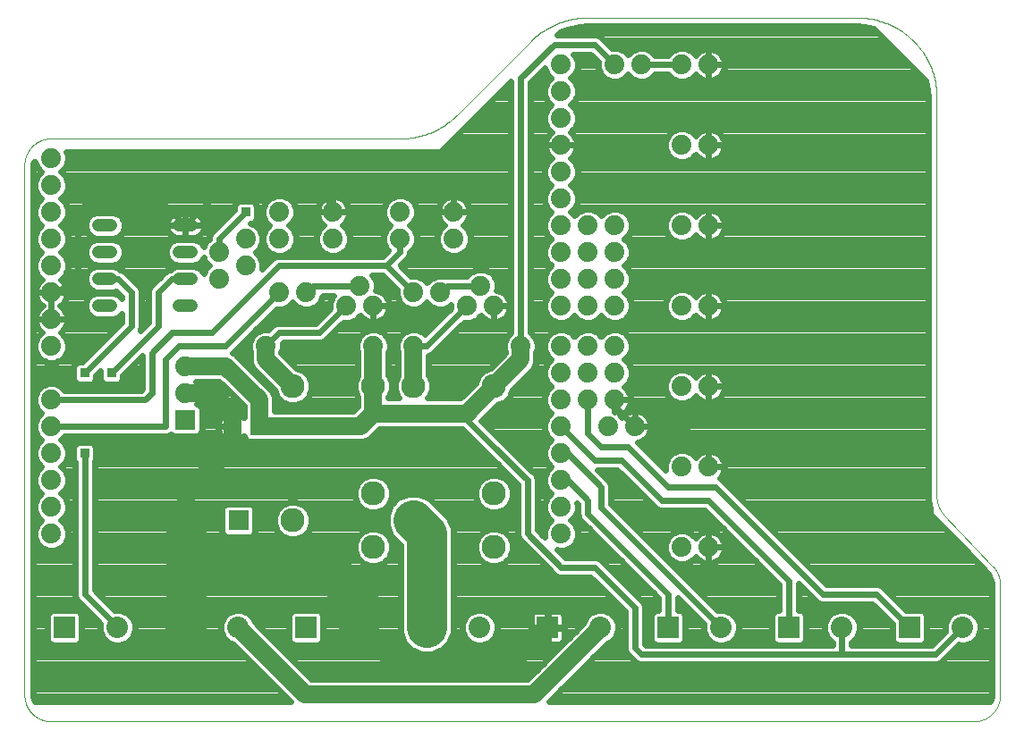
<source format=gtl>
G75*
%MOIN*%
%OFA0B0*%
%FSLAX25Y25*%
%IPPOS*%
%LPD*%
%AMOC8*
5,1,8,0,0,1.08239X$1,22.5*
%
%ADD10C,0.00000*%
%ADD11C,0.07400*%
%ADD12C,0.09000*%
%ADD13R,0.08000X0.08000*%
%ADD14C,0.08000*%
%ADD15R,0.07400X0.07400*%
%ADD16C,0.07600*%
%ADD17R,0.07600X0.07600*%
%ADD18R,0.06500X0.06500*%
%ADD19C,0.06500*%
%ADD20C,0.04800*%
%ADD21C,0.06600*%
%ADD22C,0.02400*%
%ADD23C,0.15000*%
%ADD24R,0.03562X0.03562*%
D10*
X0001500Y0011000D02*
X0001500Y0208461D01*
X0001503Y0208703D01*
X0001512Y0208944D01*
X0001526Y0209185D01*
X0001547Y0209426D01*
X0001573Y0209666D01*
X0001605Y0209906D01*
X0001643Y0210145D01*
X0001686Y0210382D01*
X0001736Y0210619D01*
X0001791Y0210854D01*
X0001851Y0211088D01*
X0001918Y0211320D01*
X0001989Y0211551D01*
X0002067Y0211780D01*
X0002150Y0212007D01*
X0002238Y0212232D01*
X0002332Y0212455D01*
X0002431Y0212675D01*
X0002536Y0212893D01*
X0002645Y0213108D01*
X0002760Y0213321D01*
X0002880Y0213531D01*
X0003005Y0213737D01*
X0003135Y0213941D01*
X0003270Y0214142D01*
X0003410Y0214339D01*
X0003554Y0214533D01*
X0003703Y0214723D01*
X0003857Y0214909D01*
X0004015Y0215092D01*
X0004177Y0215271D01*
X0004344Y0215446D01*
X0004515Y0215617D01*
X0004690Y0215784D01*
X0004869Y0215946D01*
X0005052Y0216104D01*
X0005238Y0216258D01*
X0005428Y0216407D01*
X0005622Y0216551D01*
X0005819Y0216691D01*
X0006020Y0216826D01*
X0006224Y0216956D01*
X0006430Y0217081D01*
X0006640Y0217201D01*
X0006853Y0217316D01*
X0007068Y0217425D01*
X0007286Y0217530D01*
X0007506Y0217629D01*
X0007729Y0217723D01*
X0007954Y0217811D01*
X0008181Y0217894D01*
X0008410Y0217972D01*
X0008641Y0218043D01*
X0008873Y0218110D01*
X0009107Y0218170D01*
X0009342Y0218225D01*
X0009579Y0218275D01*
X0009816Y0218318D01*
X0010055Y0218356D01*
X0010295Y0218388D01*
X0010535Y0218414D01*
X0010776Y0218435D01*
X0011017Y0218449D01*
X0011258Y0218458D01*
X0011500Y0218461D01*
X0141762Y0218461D01*
X0162650Y0227118D02*
X0190350Y0254842D01*
X0211238Y0263500D02*
X0311972Y0263500D01*
X0312686Y0263491D01*
X0313399Y0263466D01*
X0314111Y0263422D01*
X0314822Y0263362D01*
X0315531Y0263285D01*
X0316238Y0263190D01*
X0316943Y0263079D01*
X0317645Y0262950D01*
X0318344Y0262804D01*
X0319039Y0262642D01*
X0319729Y0262463D01*
X0320415Y0262267D01*
X0321097Y0262055D01*
X0321773Y0261826D01*
X0322443Y0261581D01*
X0323107Y0261320D01*
X0323764Y0261043D01*
X0324415Y0260750D01*
X0325059Y0260442D01*
X0325694Y0260118D01*
X0326322Y0259779D01*
X0326942Y0259424D01*
X0327552Y0259055D01*
X0328154Y0258671D01*
X0328746Y0258273D01*
X0329328Y0257861D01*
X0329900Y0257434D01*
X0330462Y0256994D01*
X0331013Y0256541D01*
X0331553Y0256074D01*
X0332081Y0255594D01*
X0332598Y0255102D01*
X0333102Y0254598D01*
X0333594Y0254081D01*
X0334074Y0253553D01*
X0334541Y0253013D01*
X0334994Y0252462D01*
X0335434Y0251900D01*
X0335861Y0251328D01*
X0336273Y0250746D01*
X0336671Y0250154D01*
X0337055Y0249552D01*
X0337424Y0248942D01*
X0337779Y0248322D01*
X0338118Y0247694D01*
X0338442Y0247059D01*
X0338750Y0246415D01*
X0339043Y0245764D01*
X0339320Y0245107D01*
X0339581Y0244443D01*
X0339826Y0243773D01*
X0340055Y0243097D01*
X0340267Y0242415D01*
X0340463Y0241729D01*
X0340642Y0241039D01*
X0340804Y0240344D01*
X0340950Y0239645D01*
X0341079Y0238943D01*
X0341190Y0238238D01*
X0341285Y0237531D01*
X0341362Y0236822D01*
X0341422Y0236111D01*
X0341466Y0235399D01*
X0341491Y0234686D01*
X0341500Y0233972D01*
X0341500Y0084982D01*
X0344237Y0078108D02*
X0362463Y0058853D01*
X0365201Y0051978D02*
X0365201Y0011000D01*
X0365198Y0010758D01*
X0365189Y0010517D01*
X0365175Y0010276D01*
X0365154Y0010035D01*
X0365128Y0009795D01*
X0365096Y0009555D01*
X0365058Y0009316D01*
X0365015Y0009079D01*
X0364965Y0008842D01*
X0364910Y0008607D01*
X0364850Y0008373D01*
X0364783Y0008141D01*
X0364712Y0007910D01*
X0364634Y0007681D01*
X0364551Y0007454D01*
X0364463Y0007229D01*
X0364369Y0007006D01*
X0364270Y0006786D01*
X0364165Y0006568D01*
X0364056Y0006353D01*
X0363941Y0006140D01*
X0363821Y0005930D01*
X0363696Y0005724D01*
X0363566Y0005520D01*
X0363431Y0005319D01*
X0363291Y0005122D01*
X0363147Y0004928D01*
X0362998Y0004738D01*
X0362844Y0004552D01*
X0362686Y0004369D01*
X0362524Y0004190D01*
X0362357Y0004015D01*
X0362186Y0003844D01*
X0362011Y0003677D01*
X0361832Y0003515D01*
X0361649Y0003357D01*
X0361463Y0003203D01*
X0361273Y0003054D01*
X0361079Y0002910D01*
X0360882Y0002770D01*
X0360681Y0002635D01*
X0360477Y0002505D01*
X0360271Y0002380D01*
X0360061Y0002260D01*
X0359848Y0002145D01*
X0359633Y0002036D01*
X0359415Y0001931D01*
X0359195Y0001832D01*
X0358972Y0001738D01*
X0358747Y0001650D01*
X0358520Y0001567D01*
X0358291Y0001489D01*
X0358060Y0001418D01*
X0357828Y0001351D01*
X0357594Y0001291D01*
X0357359Y0001236D01*
X0357122Y0001186D01*
X0356885Y0001143D01*
X0356646Y0001105D01*
X0356406Y0001073D01*
X0356166Y0001047D01*
X0355925Y0001026D01*
X0355684Y0001012D01*
X0355443Y0001003D01*
X0355201Y0001000D01*
X0011500Y0001000D01*
X0011258Y0001003D01*
X0011017Y0001012D01*
X0010776Y0001026D01*
X0010535Y0001047D01*
X0010295Y0001073D01*
X0010055Y0001105D01*
X0009816Y0001143D01*
X0009579Y0001186D01*
X0009342Y0001236D01*
X0009107Y0001291D01*
X0008873Y0001351D01*
X0008641Y0001418D01*
X0008410Y0001489D01*
X0008181Y0001567D01*
X0007954Y0001650D01*
X0007729Y0001738D01*
X0007506Y0001832D01*
X0007286Y0001931D01*
X0007068Y0002036D01*
X0006853Y0002145D01*
X0006640Y0002260D01*
X0006430Y0002380D01*
X0006224Y0002505D01*
X0006020Y0002635D01*
X0005819Y0002770D01*
X0005622Y0002910D01*
X0005428Y0003054D01*
X0005238Y0003203D01*
X0005052Y0003357D01*
X0004869Y0003515D01*
X0004690Y0003677D01*
X0004515Y0003844D01*
X0004344Y0004015D01*
X0004177Y0004190D01*
X0004015Y0004369D01*
X0003857Y0004552D01*
X0003703Y0004738D01*
X0003554Y0004928D01*
X0003410Y0005122D01*
X0003270Y0005319D01*
X0003135Y0005520D01*
X0003005Y0005724D01*
X0002880Y0005930D01*
X0002760Y0006140D01*
X0002645Y0006353D01*
X0002536Y0006568D01*
X0002431Y0006786D01*
X0002332Y0007006D01*
X0002238Y0007229D01*
X0002150Y0007454D01*
X0002067Y0007681D01*
X0001989Y0007910D01*
X0001918Y0008141D01*
X0001851Y0008373D01*
X0001791Y0008607D01*
X0001736Y0008842D01*
X0001686Y0009079D01*
X0001643Y0009316D01*
X0001605Y0009555D01*
X0001573Y0009795D01*
X0001547Y0010035D01*
X0001526Y0010276D01*
X0001512Y0010517D01*
X0001503Y0010758D01*
X0001500Y0011000D01*
X0190349Y0254842D02*
X0190852Y0255334D01*
X0191367Y0255813D01*
X0191892Y0256280D01*
X0192429Y0256734D01*
X0192976Y0257176D01*
X0193534Y0257604D01*
X0194102Y0258019D01*
X0194679Y0258420D01*
X0195266Y0258807D01*
X0195862Y0259181D01*
X0196467Y0259540D01*
X0197080Y0259884D01*
X0197701Y0260214D01*
X0198329Y0260529D01*
X0198965Y0260829D01*
X0199608Y0261113D01*
X0200258Y0261383D01*
X0200914Y0261636D01*
X0201575Y0261874D01*
X0202242Y0262096D01*
X0202914Y0262303D01*
X0203591Y0262493D01*
X0204273Y0262667D01*
X0204958Y0262824D01*
X0205647Y0262966D01*
X0206339Y0263091D01*
X0207033Y0263199D01*
X0207731Y0263291D01*
X0208430Y0263366D01*
X0209130Y0263425D01*
X0209832Y0263467D01*
X0210535Y0263492D01*
X0211238Y0263500D01*
X0162651Y0227118D02*
X0162148Y0226626D01*
X0161633Y0226147D01*
X0161108Y0225680D01*
X0160571Y0225226D01*
X0160024Y0224784D01*
X0159466Y0224356D01*
X0158898Y0223941D01*
X0158321Y0223540D01*
X0157734Y0223153D01*
X0157138Y0222779D01*
X0156533Y0222420D01*
X0155920Y0222076D01*
X0155299Y0221746D01*
X0154671Y0221431D01*
X0154035Y0221131D01*
X0153392Y0220847D01*
X0152742Y0220577D01*
X0152086Y0220324D01*
X0151425Y0220086D01*
X0150758Y0219864D01*
X0150086Y0219657D01*
X0149409Y0219467D01*
X0148727Y0219293D01*
X0148042Y0219136D01*
X0147353Y0218994D01*
X0146661Y0218869D01*
X0145967Y0218761D01*
X0145269Y0218669D01*
X0144570Y0218594D01*
X0143870Y0218535D01*
X0143168Y0218493D01*
X0142465Y0218468D01*
X0141762Y0218460D01*
X0341500Y0084982D02*
X0341503Y0084738D01*
X0341512Y0084493D01*
X0341527Y0084249D01*
X0341548Y0084006D01*
X0341575Y0083763D01*
X0341607Y0083520D01*
X0341646Y0083279D01*
X0341691Y0083038D01*
X0341741Y0082799D01*
X0341797Y0082561D01*
X0341859Y0082325D01*
X0341927Y0082090D01*
X0342001Y0081857D01*
X0342080Y0081625D01*
X0342165Y0081396D01*
X0342255Y0081169D01*
X0342351Y0080944D01*
X0342453Y0080722D01*
X0342560Y0080502D01*
X0342672Y0080285D01*
X0342789Y0080070D01*
X0342912Y0079859D01*
X0343040Y0079650D01*
X0343173Y0079445D01*
X0343311Y0079243D01*
X0343453Y0079045D01*
X0343601Y0078850D01*
X0343753Y0078658D01*
X0343910Y0078471D01*
X0344072Y0078287D01*
X0344237Y0078108D01*
X0362464Y0058852D02*
X0362629Y0058673D01*
X0362791Y0058489D01*
X0362948Y0058302D01*
X0363100Y0058110D01*
X0363248Y0057915D01*
X0363390Y0057717D01*
X0363528Y0057515D01*
X0363661Y0057310D01*
X0363789Y0057101D01*
X0363912Y0056890D01*
X0364029Y0056675D01*
X0364141Y0056458D01*
X0364248Y0056238D01*
X0364350Y0056016D01*
X0364446Y0055791D01*
X0364536Y0055564D01*
X0364621Y0055335D01*
X0364700Y0055103D01*
X0364774Y0054870D01*
X0364842Y0054635D01*
X0364904Y0054399D01*
X0364960Y0054161D01*
X0365010Y0053922D01*
X0365055Y0053681D01*
X0365094Y0053440D01*
X0365126Y0053197D01*
X0365153Y0052954D01*
X0365174Y0052711D01*
X0365189Y0052467D01*
X0365198Y0052222D01*
X0365201Y0051978D01*
D11*
X0256500Y0066000D03*
X0246500Y0066000D03*
X0246500Y0096000D03*
X0256500Y0096000D03*
X0229000Y0111000D03*
X0219000Y0111000D03*
X0221500Y0121000D03*
X0221500Y0131000D03*
X0221500Y0141000D03*
X0211500Y0141000D03*
X0211500Y0131000D03*
X0211500Y0121000D03*
X0201500Y0121000D03*
X0201500Y0111000D03*
X0201500Y0101000D03*
X0201500Y0091000D03*
X0201500Y0081000D03*
X0201500Y0071000D03*
X0246500Y0126000D03*
X0256500Y0126000D03*
X0256500Y0156000D03*
X0246500Y0156000D03*
X0221500Y0156000D03*
X0221500Y0166000D03*
X0221500Y0176000D03*
X0221500Y0186000D03*
X0211500Y0186000D03*
X0211500Y0176000D03*
X0211500Y0166000D03*
X0211500Y0156000D03*
X0201500Y0156000D03*
X0201500Y0166000D03*
X0201500Y0176000D03*
X0201500Y0186000D03*
X0201500Y0196000D03*
X0201500Y0206000D03*
X0201500Y0216000D03*
X0201500Y0226000D03*
X0201500Y0236000D03*
X0201500Y0246000D03*
X0221500Y0246000D03*
X0231500Y0246000D03*
X0246500Y0246000D03*
X0256500Y0246000D03*
X0256500Y0216000D03*
X0246500Y0216000D03*
X0246500Y0186000D03*
X0256500Y0186000D03*
X0201500Y0141000D03*
X0201500Y0131000D03*
X0186500Y0141000D03*
X0176500Y0156000D03*
X0171500Y0163500D03*
X0166500Y0156000D03*
X0156500Y0161000D03*
X0146500Y0161000D03*
X0131500Y0156000D03*
X0126500Y0163500D03*
X0121500Y0156000D03*
X0106500Y0161000D03*
X0096500Y0161000D03*
X0084000Y0171000D03*
X0084000Y0181000D03*
X0074000Y0176000D03*
X0074000Y0166000D03*
X0096500Y0181000D03*
X0096500Y0191000D03*
X0116500Y0191000D03*
X0116500Y0181000D03*
X0141500Y0181000D03*
X0141500Y0191000D03*
X0161500Y0191000D03*
X0161500Y0181000D03*
X0146500Y0141000D03*
X0131500Y0141000D03*
X0091500Y0141000D03*
X0061500Y0133500D03*
X0061500Y0123500D03*
X0011500Y0121000D03*
X0011500Y0111000D03*
X0011500Y0101000D03*
X0011500Y0091000D03*
X0011500Y0081000D03*
X0011500Y0071000D03*
X0011500Y0141000D03*
X0011500Y0151000D03*
X0011500Y0161000D03*
X0011500Y0171000D03*
X0011500Y0181000D03*
X0011500Y0191000D03*
X0011500Y0201000D03*
X0011500Y0211000D03*
D12*
X0101500Y0126000D03*
X0131500Y0126000D03*
X0146500Y0126000D03*
X0176500Y0126000D03*
X0176500Y0086000D03*
X0176500Y0066000D03*
X0146500Y0076000D03*
X0131500Y0066000D03*
X0131500Y0086000D03*
X0101500Y0076000D03*
D13*
X0106500Y0036000D03*
X0151500Y0036000D03*
X0196500Y0036000D03*
X0241500Y0036000D03*
X0286500Y0036000D03*
X0331500Y0036000D03*
X0061500Y0036000D03*
X0016500Y0036000D03*
D14*
X0036185Y0036000D03*
X0081185Y0036000D03*
X0126185Y0036000D03*
X0171185Y0036000D03*
X0216185Y0036000D03*
X0261185Y0036000D03*
X0306185Y0036000D03*
X0351185Y0036000D03*
D15*
X0061500Y0113500D03*
D16*
X0061657Y0076000D03*
D17*
X0081343Y0076000D03*
D18*
X0088921Y0111000D03*
D19*
X0079079Y0111000D03*
D20*
X0063900Y0156000D02*
X0059100Y0156000D01*
X0059100Y0166000D02*
X0063900Y0166000D01*
X0063900Y0176000D02*
X0059100Y0176000D01*
X0059100Y0186000D02*
X0063900Y0186000D01*
X0033900Y0186000D02*
X0029100Y0186000D01*
X0029100Y0176000D02*
X0033900Y0176000D01*
X0033900Y0166000D02*
X0029100Y0166000D01*
X0029100Y0156000D02*
X0033900Y0156000D01*
D21*
X0061500Y0133500D02*
X0076500Y0133500D01*
X0089000Y0121000D01*
X0089000Y0111079D01*
X0088921Y0111000D01*
X0126579Y0111000D01*
X0131500Y0115921D01*
X0131500Y0126000D01*
X0131500Y0141000D01*
X0146500Y0141000D02*
X0146500Y0126000D01*
X0131500Y0115921D02*
X0164000Y0115921D01*
X0166421Y0115921D01*
X0176500Y0126000D01*
X0186500Y0136000D01*
X0186500Y0141000D01*
X0101500Y0126000D02*
X0091500Y0136000D01*
X0091500Y0141000D01*
X0071500Y0123500D02*
X0079000Y0116000D01*
X0079000Y0111079D01*
X0079079Y0111000D01*
X0079000Y0110921D01*
X0079000Y0103500D01*
X0061657Y0086157D01*
X0061657Y0076000D01*
X0081185Y0036000D02*
X0106185Y0011000D01*
X0191500Y0011000D01*
X0216185Y0035685D01*
X0216185Y0036000D01*
X0196500Y0036000D02*
X0181500Y0021000D01*
X0141500Y0021000D01*
X0126500Y0036000D01*
X0126185Y0036000D01*
X0071500Y0123500D02*
X0061500Y0123500D01*
D22*
X0004784Y0009936D02*
X0005250Y0008500D01*
X0100624Y0008500D01*
X0079250Y0029874D01*
X0077560Y0030574D01*
X0075759Y0032375D01*
X0074785Y0034727D01*
X0074785Y0037273D01*
X0075759Y0039625D01*
X0077560Y0041426D01*
X0079912Y0042400D01*
X0082458Y0042400D01*
X0084810Y0041426D01*
X0086611Y0039625D01*
X0087311Y0037935D01*
X0108546Y0016700D01*
X0189139Y0016700D01*
X0209837Y0037398D01*
X0210759Y0039625D01*
X0212560Y0041426D01*
X0214912Y0042400D01*
X0217458Y0042400D01*
X0219810Y0041426D01*
X0221611Y0039625D01*
X0222585Y0037273D01*
X0222585Y0034727D01*
X0221611Y0032375D01*
X0219810Y0030574D01*
X0218658Y0030097D01*
X0197061Y0008500D01*
X0361450Y0008500D01*
X0361917Y0009936D01*
X0362001Y0011000D01*
X0362001Y0051978D01*
X0361947Y0052835D01*
X0361518Y0054494D01*
X0360689Y0055994D01*
X0360139Y0056653D01*
X0359702Y0057115D01*
X0359702Y0057115D01*
X0347608Y0069892D01*
X0339000Y0078500D01*
X0339000Y0080594D01*
X0338300Y0083306D01*
X0338300Y0083306D01*
X0338300Y0233972D01*
X0338173Y0236553D01*
X0337484Y0240015D01*
X0318015Y0259484D01*
X0314553Y0260173D01*
X0311972Y0260300D01*
X0211238Y0260300D01*
X0208656Y0260173D01*
X0203592Y0259165D01*
X0201155Y0258155D01*
X0200100Y0257100D01*
X0214716Y0257100D01*
X0216039Y0256552D01*
X0220491Y0252100D01*
X0222713Y0252100D01*
X0224955Y0251171D01*
X0226500Y0249627D01*
X0228045Y0251171D01*
X0230287Y0252100D01*
X0232713Y0252100D01*
X0234955Y0251171D01*
X0236527Y0249600D01*
X0241473Y0249600D01*
X0243045Y0251171D01*
X0245287Y0252100D01*
X0247713Y0252100D01*
X0249955Y0251171D01*
X0251671Y0249455D01*
X0251688Y0249415D01*
X0252000Y0249844D01*
X0252656Y0250500D01*
X0253408Y0251046D01*
X0254235Y0251468D01*
X0255118Y0251755D01*
X0256036Y0251900D01*
X0256500Y0251900D01*
X0256500Y0246000D01*
X0256500Y0246000D01*
X0262400Y0246000D01*
X0262400Y0246464D01*
X0262255Y0247382D01*
X0261968Y0248265D01*
X0261546Y0249092D01*
X0261000Y0249844D01*
X0260344Y0250500D01*
X0259592Y0251046D01*
X0258765Y0251468D01*
X0257882Y0251755D01*
X0256964Y0251900D01*
X0256500Y0251900D01*
X0256500Y0246000D01*
X0256500Y0246000D01*
X0262400Y0246000D01*
X0262400Y0245536D01*
X0262255Y0244618D01*
X0261968Y0243735D01*
X0261546Y0242908D01*
X0261000Y0242156D01*
X0260344Y0241500D01*
X0259592Y0240954D01*
X0258765Y0240532D01*
X0257882Y0240245D01*
X0256964Y0240100D01*
X0256500Y0240100D01*
X0256500Y0246000D01*
X0256500Y0246000D01*
X0256500Y0240100D01*
X0256036Y0240100D01*
X0255118Y0240245D01*
X0254235Y0240532D01*
X0253408Y0240954D01*
X0252656Y0241500D01*
X0252000Y0242156D01*
X0251688Y0242585D01*
X0251671Y0242545D01*
X0249955Y0240829D01*
X0247713Y0239900D01*
X0245287Y0239900D01*
X0243045Y0240829D01*
X0241473Y0242400D01*
X0236527Y0242400D01*
X0234955Y0240829D01*
X0232713Y0239900D01*
X0230287Y0239900D01*
X0228045Y0240829D01*
X0226500Y0242373D01*
X0224955Y0240829D01*
X0222713Y0239900D01*
X0220287Y0239900D01*
X0218045Y0240829D01*
X0216329Y0242545D01*
X0215400Y0244787D01*
X0215400Y0247009D01*
X0212509Y0249900D01*
X0206227Y0249900D01*
X0206671Y0249455D01*
X0207600Y0247213D01*
X0207600Y0244787D01*
X0206671Y0242545D01*
X0205127Y0241000D01*
X0206671Y0239455D01*
X0207600Y0237213D01*
X0207600Y0234787D01*
X0206671Y0232545D01*
X0205127Y0231000D01*
X0206671Y0229455D01*
X0207600Y0227213D01*
X0207600Y0224787D01*
X0206671Y0222545D01*
X0204955Y0220829D01*
X0204915Y0220812D01*
X0205344Y0220500D01*
X0206000Y0219844D01*
X0206546Y0219092D01*
X0206968Y0218265D01*
X0207255Y0217382D01*
X0207400Y0216464D01*
X0207400Y0216000D01*
X0201500Y0216000D01*
X0201500Y0216000D01*
X0207400Y0216000D01*
X0207400Y0215536D01*
X0207255Y0214618D01*
X0206968Y0213735D01*
X0206546Y0212908D01*
X0206000Y0212156D01*
X0205344Y0211500D01*
X0204915Y0211188D01*
X0204955Y0211171D01*
X0206671Y0209455D01*
X0207600Y0207213D01*
X0207600Y0204787D01*
X0206671Y0202545D01*
X0205127Y0201000D01*
X0206671Y0199455D01*
X0207600Y0197213D01*
X0207600Y0194787D01*
X0206671Y0192545D01*
X0205127Y0191000D01*
X0206500Y0189627D01*
X0208045Y0191171D01*
X0210287Y0192100D01*
X0212713Y0192100D01*
X0214955Y0191171D01*
X0216500Y0189627D01*
X0218045Y0191171D01*
X0220287Y0192100D01*
X0222713Y0192100D01*
X0224955Y0191171D01*
X0226671Y0189455D01*
X0227600Y0187213D01*
X0227600Y0184787D01*
X0226671Y0182545D01*
X0225127Y0181000D01*
X0226671Y0179455D01*
X0227600Y0177213D01*
X0227600Y0174787D01*
X0226671Y0172545D01*
X0225127Y0171000D01*
X0226671Y0169455D01*
X0227600Y0167213D01*
X0227600Y0164787D01*
X0226671Y0162545D01*
X0225127Y0161000D01*
X0226671Y0159455D01*
X0227600Y0157213D01*
X0227600Y0154787D01*
X0226671Y0152545D01*
X0224955Y0150829D01*
X0222713Y0149900D01*
X0220287Y0149900D01*
X0218045Y0150829D01*
X0216500Y0152373D01*
X0214955Y0150829D01*
X0212713Y0149900D01*
X0210287Y0149900D01*
X0208045Y0150829D01*
X0206500Y0152373D01*
X0204955Y0150829D01*
X0202713Y0149900D01*
X0200287Y0149900D01*
X0198045Y0150829D01*
X0196329Y0152545D01*
X0195400Y0154787D01*
X0195400Y0157213D01*
X0196329Y0159455D01*
X0197873Y0161000D01*
X0196329Y0162545D01*
X0195400Y0164787D01*
X0195400Y0167213D01*
X0196329Y0169455D01*
X0197873Y0171000D01*
X0196329Y0172545D01*
X0195400Y0174787D01*
X0195400Y0177213D01*
X0196329Y0179455D01*
X0197873Y0181000D01*
X0196329Y0182545D01*
X0195400Y0184787D01*
X0195400Y0187213D01*
X0196329Y0189455D01*
X0197873Y0191000D01*
X0196329Y0192545D01*
X0195400Y0194787D01*
X0195400Y0197213D01*
X0196329Y0199455D01*
X0197873Y0201000D01*
X0196329Y0202545D01*
X0195400Y0204787D01*
X0195400Y0207213D01*
X0196329Y0209455D01*
X0198045Y0211171D01*
X0198085Y0211188D01*
X0197656Y0211500D01*
X0197000Y0212156D01*
X0196454Y0212908D01*
X0196032Y0213735D01*
X0195745Y0214618D01*
X0195600Y0215536D01*
X0195600Y0216000D01*
X0201500Y0216000D01*
X0201500Y0216000D01*
X0195600Y0216000D01*
X0195600Y0216464D01*
X0195745Y0217382D01*
X0196032Y0218265D01*
X0196454Y0219092D01*
X0197000Y0219844D01*
X0197656Y0220500D01*
X0198085Y0220812D01*
X0198045Y0220829D01*
X0196329Y0222545D01*
X0195400Y0224787D01*
X0195400Y0227213D01*
X0196329Y0229455D01*
X0197873Y0231000D01*
X0196329Y0232545D01*
X0195400Y0234787D01*
X0195400Y0237213D01*
X0196329Y0239455D01*
X0197873Y0241000D01*
X0196329Y0242545D01*
X0195400Y0244787D01*
X0195400Y0244809D01*
X0190100Y0239509D01*
X0190100Y0146027D01*
X0191671Y0144455D01*
X0192600Y0142213D01*
X0192600Y0139787D01*
X0192200Y0138821D01*
X0192200Y0134866D01*
X0191332Y0132771D01*
X0183400Y0124839D01*
X0183400Y0124627D01*
X0182350Y0122091D01*
X0180409Y0120150D01*
X0177872Y0119100D01*
X0177661Y0119100D01*
X0171787Y0113226D01*
X0178405Y0106608D01*
X0178539Y0106552D01*
X0179552Y0105539D01*
X0179552Y0105539D01*
X0191039Y0094052D01*
X0192052Y0093039D01*
X0192600Y0091716D01*
X0192600Y0072491D01*
X0195468Y0069624D01*
X0195400Y0069787D01*
X0195400Y0072213D01*
X0196329Y0074455D01*
X0197873Y0076000D01*
X0196329Y0077545D01*
X0195400Y0079787D01*
X0195400Y0082213D01*
X0196329Y0084455D01*
X0197873Y0086000D01*
X0196329Y0087545D01*
X0195400Y0089787D01*
X0195400Y0092213D01*
X0196329Y0094455D01*
X0197873Y0096000D01*
X0196329Y0097545D01*
X0195400Y0099787D01*
X0195400Y0102213D01*
X0196329Y0104455D01*
X0197873Y0106000D01*
X0196329Y0107545D01*
X0195400Y0109787D01*
X0195400Y0112213D01*
X0196329Y0114455D01*
X0197873Y0116000D01*
X0196329Y0117545D01*
X0195400Y0119787D01*
X0195400Y0122213D01*
X0196329Y0124455D01*
X0197873Y0126000D01*
X0196329Y0127545D01*
X0195400Y0129787D01*
X0195400Y0132213D01*
X0196329Y0134455D01*
X0197873Y0136000D01*
X0196329Y0137545D01*
X0195400Y0139787D01*
X0195400Y0142213D01*
X0196329Y0144455D01*
X0198045Y0146171D01*
X0200287Y0147100D01*
X0202713Y0147100D01*
X0204955Y0146171D01*
X0206500Y0144627D01*
X0208045Y0146171D01*
X0210287Y0147100D01*
X0212713Y0147100D01*
X0214955Y0146171D01*
X0216500Y0144627D01*
X0218045Y0146171D01*
X0220287Y0147100D01*
X0222713Y0147100D01*
X0224955Y0146171D01*
X0226671Y0144455D01*
X0227600Y0142213D01*
X0227600Y0139787D01*
X0226671Y0137545D01*
X0225127Y0136000D01*
X0226671Y0134455D01*
X0227600Y0132213D01*
X0227600Y0129787D01*
X0226671Y0127545D01*
X0224955Y0125829D01*
X0224915Y0125812D01*
X0225344Y0125500D01*
X0226000Y0124844D01*
X0226546Y0124092D01*
X0226968Y0123265D01*
X0227255Y0122382D01*
X0227400Y0121464D01*
X0227400Y0121000D01*
X0221500Y0121000D01*
X0221500Y0118500D01*
X0229000Y0111000D01*
X0249000Y0111000D01*
X0256500Y0118500D01*
X0256500Y0126000D01*
X0262400Y0126000D01*
X0262400Y0126464D01*
X0262255Y0127382D01*
X0261968Y0128265D01*
X0261546Y0129092D01*
X0261000Y0129844D01*
X0260344Y0130500D01*
X0259592Y0131046D01*
X0258765Y0131468D01*
X0257882Y0131755D01*
X0256964Y0131900D01*
X0256500Y0131900D01*
X0256500Y0126000D01*
X0256500Y0126000D01*
X0256500Y0126000D01*
X0262400Y0126000D01*
X0262400Y0125536D01*
X0262255Y0124618D01*
X0261968Y0123735D01*
X0261546Y0122908D01*
X0261000Y0122156D01*
X0260344Y0121500D01*
X0259592Y0120954D01*
X0258765Y0120532D01*
X0257882Y0120245D01*
X0256964Y0120100D01*
X0256500Y0120100D01*
X0256500Y0126000D01*
X0256500Y0126000D01*
X0256500Y0131900D01*
X0256036Y0131900D01*
X0255118Y0131755D01*
X0254235Y0131468D01*
X0253408Y0131046D01*
X0252656Y0130500D01*
X0252000Y0129844D01*
X0251688Y0129415D01*
X0251671Y0129455D01*
X0249955Y0131171D01*
X0247713Y0132100D01*
X0245287Y0132100D01*
X0243045Y0131171D01*
X0241329Y0129455D01*
X0240400Y0127213D01*
X0240400Y0124787D01*
X0241329Y0122545D01*
X0243045Y0120829D01*
X0245287Y0119900D01*
X0247713Y0119900D01*
X0249955Y0120829D01*
X0251671Y0122545D01*
X0251688Y0122585D01*
X0252000Y0122156D01*
X0252656Y0121500D01*
X0253408Y0120954D01*
X0254235Y0120532D01*
X0255118Y0120245D01*
X0256036Y0120100D01*
X0256500Y0120100D01*
X0256500Y0126000D01*
X0256500Y0125723D02*
X0256500Y0125723D01*
X0256500Y0128121D02*
X0256500Y0128121D01*
X0256500Y0130520D02*
X0256500Y0130520D01*
X0252683Y0130520D02*
X0250607Y0130520D01*
X0242393Y0130520D02*
X0227600Y0130520D01*
X0227308Y0132918D02*
X0338300Y0132918D01*
X0338300Y0130520D02*
X0260317Y0130520D01*
X0262014Y0128121D02*
X0338300Y0128121D01*
X0338300Y0125723D02*
X0262400Y0125723D01*
X0261758Y0123324D02*
X0338300Y0123324D01*
X0338300Y0120926D02*
X0259537Y0120926D01*
X0256500Y0120926D02*
X0256500Y0120926D01*
X0256500Y0123324D02*
X0256500Y0123324D01*
X0253463Y0120926D02*
X0250052Y0120926D01*
X0242948Y0120926D02*
X0227400Y0120926D01*
X0227400Y0121000D02*
X0221500Y0121000D01*
X0221500Y0121000D01*
X0221500Y0116567D01*
X0221500Y0116567D01*
X0221500Y0121000D01*
X0221500Y0121000D01*
X0221500Y0120926D02*
X0221500Y0120926D01*
X0221500Y0118527D02*
X0221500Y0118527D01*
X0223259Y0115368D02*
X0223765Y0115532D01*
X0224592Y0115954D01*
X0225344Y0116500D01*
X0226000Y0117156D01*
X0226546Y0117908D01*
X0226968Y0118735D01*
X0227255Y0119618D01*
X0227400Y0120536D01*
X0227400Y0121000D01*
X0226938Y0123324D02*
X0241006Y0123324D01*
X0240400Y0125723D02*
X0225038Y0125723D01*
X0226910Y0128121D02*
X0240776Y0128121D01*
X0232092Y0116046D02*
X0231265Y0116468D01*
X0230382Y0116755D01*
X0229464Y0116900D01*
X0229000Y0116900D01*
X0229000Y0111000D01*
X0229000Y0111000D01*
X0234900Y0111000D01*
X0234900Y0111464D01*
X0234755Y0112382D01*
X0234468Y0113265D01*
X0234046Y0114092D01*
X0233500Y0114844D01*
X0232844Y0115500D01*
X0232092Y0116046D01*
X0231931Y0116129D02*
X0338300Y0116129D01*
X0338300Y0118527D02*
X0226862Y0118527D01*
X0227618Y0116755D02*
X0226735Y0116468D01*
X0225908Y0116046D01*
X0225156Y0115500D01*
X0224500Y0114844D01*
X0224188Y0114415D01*
X0224171Y0114455D01*
X0223259Y0115368D01*
X0224833Y0116129D02*
X0226069Y0116129D01*
X0227618Y0116755D02*
X0228536Y0116900D01*
X0229000Y0116900D01*
X0229000Y0111000D01*
X0229000Y0111000D01*
X0234900Y0111000D01*
X0234900Y0110536D01*
X0234755Y0109618D01*
X0234468Y0108735D01*
X0234046Y0107908D01*
X0233500Y0107156D01*
X0232844Y0106500D01*
X0232092Y0105954D01*
X0231265Y0105532D01*
X0230382Y0105245D01*
X0229919Y0105172D01*
X0240468Y0094624D01*
X0240400Y0094787D01*
X0240400Y0097213D01*
X0241329Y0099455D01*
X0243045Y0101171D01*
X0245287Y0102100D01*
X0247713Y0102100D01*
X0249955Y0101171D01*
X0251671Y0099455D01*
X0251688Y0099415D01*
X0252000Y0099844D01*
X0252656Y0100500D01*
X0253408Y0101046D01*
X0254235Y0101468D01*
X0255118Y0101755D01*
X0256036Y0101900D01*
X0256500Y0101900D01*
X0256500Y0096000D01*
X0256500Y0096000D01*
X0262400Y0096000D01*
X0262400Y0096464D01*
X0262255Y0097382D01*
X0261968Y0098265D01*
X0261546Y0099092D01*
X0261000Y0099844D01*
X0260344Y0100500D01*
X0259592Y0101046D01*
X0258765Y0101468D01*
X0257882Y0101755D01*
X0256964Y0101900D01*
X0256500Y0101900D01*
X0256500Y0096000D01*
X0256500Y0096000D01*
X0262400Y0096000D01*
X0262400Y0095536D01*
X0262255Y0094618D01*
X0261968Y0093735D01*
X0261546Y0092908D01*
X0261000Y0092156D01*
X0260584Y0091740D01*
X0261039Y0091552D01*
X0300491Y0052100D01*
X0319716Y0052100D01*
X0321039Y0051552D01*
X0330191Y0042400D01*
X0335977Y0042400D01*
X0336859Y0042035D01*
X0337535Y0041359D01*
X0337900Y0040477D01*
X0337900Y0031523D01*
X0337535Y0030641D01*
X0336859Y0029965D01*
X0335977Y0029600D01*
X0327023Y0029600D01*
X0326141Y0029965D01*
X0325465Y0030641D01*
X0325100Y0031523D01*
X0325100Y0037309D01*
X0317509Y0044900D01*
X0298284Y0044900D01*
X0296961Y0045448D01*
X0295948Y0046461D01*
X0290100Y0052309D01*
X0290100Y0042400D01*
X0290977Y0042400D01*
X0291859Y0042035D01*
X0292535Y0041359D01*
X0292900Y0040477D01*
X0292900Y0031523D01*
X0292535Y0030641D01*
X0291859Y0029965D01*
X0290977Y0029600D01*
X0282023Y0029600D01*
X0281141Y0029965D01*
X0280465Y0030641D01*
X0280100Y0031523D01*
X0280100Y0040477D01*
X0280465Y0041359D01*
X0281141Y0042035D01*
X0282023Y0042400D01*
X0282900Y0042400D01*
X0282900Y0052009D01*
X0255009Y0079900D01*
X0238284Y0079900D01*
X0236961Y0080448D01*
X0222509Y0094900D01*
X0215191Y0094900D01*
X0218539Y0091552D01*
X0219552Y0090539D01*
X0220100Y0089216D01*
X0220100Y0082176D01*
X0259887Y0042389D01*
X0259912Y0042400D01*
X0262458Y0042400D01*
X0264810Y0041426D01*
X0266611Y0039625D01*
X0267585Y0037273D01*
X0267585Y0034727D01*
X0266611Y0032375D01*
X0264810Y0030574D01*
X0262458Y0029600D01*
X0259912Y0029600D01*
X0257560Y0030574D01*
X0255759Y0032375D01*
X0254785Y0034727D01*
X0254785Y0037273D01*
X0254796Y0037298D01*
X0245100Y0046994D01*
X0245100Y0042400D01*
X0245977Y0042400D01*
X0246859Y0042035D01*
X0247535Y0041359D01*
X0247900Y0040477D01*
X0247900Y0031523D01*
X0247535Y0030641D01*
X0246859Y0029965D01*
X0245977Y0029600D01*
X0237023Y0029600D01*
X0236141Y0029965D01*
X0235465Y0030641D01*
X0235100Y0031523D01*
X0235100Y0040477D01*
X0235465Y0041359D01*
X0236141Y0042035D01*
X0237023Y0042400D01*
X0237900Y0042400D01*
X0237900Y0047009D01*
X0208448Y0076461D01*
X0207900Y0077784D01*
X0207900Y0082009D01*
X0207532Y0082376D01*
X0207600Y0082213D01*
X0207600Y0079787D01*
X0206671Y0077545D01*
X0205127Y0076000D01*
X0206671Y0074455D01*
X0207600Y0072213D01*
X0207600Y0069787D01*
X0206671Y0067545D01*
X0204955Y0065829D01*
X0202713Y0064900D01*
X0200287Y0064900D01*
X0200124Y0064968D01*
X0202991Y0062100D01*
X0214716Y0062100D01*
X0216039Y0061552D01*
X0231039Y0046552D01*
X0232052Y0045539D01*
X0232600Y0044216D01*
X0232600Y0029991D01*
X0232991Y0029600D01*
X0302585Y0029600D01*
X0302585Y0030564D01*
X0302560Y0030574D01*
X0300759Y0032375D01*
X0299785Y0034727D01*
X0299785Y0037273D01*
X0300759Y0039625D01*
X0302560Y0041426D01*
X0304912Y0042400D01*
X0307458Y0042400D01*
X0309810Y0041426D01*
X0311611Y0039625D01*
X0312585Y0037273D01*
X0312585Y0034727D01*
X0311611Y0032375D01*
X0309810Y0030574D01*
X0309785Y0030564D01*
X0309785Y0029600D01*
X0339694Y0029600D01*
X0344796Y0034702D01*
X0344785Y0034727D01*
X0344785Y0037273D01*
X0345759Y0039625D01*
X0347560Y0041426D01*
X0349912Y0042400D01*
X0352458Y0042400D01*
X0354810Y0041426D01*
X0356611Y0039625D01*
X0357585Y0037273D01*
X0357585Y0034727D01*
X0356611Y0032375D01*
X0354810Y0030574D01*
X0352458Y0029600D01*
X0349912Y0029600D01*
X0349887Y0029610D01*
X0343224Y0022948D01*
X0341901Y0022400D01*
X0230784Y0022400D01*
X0229461Y0022948D01*
X0228448Y0023961D01*
X0225948Y0026461D01*
X0225400Y0027784D01*
X0225400Y0042009D01*
X0212509Y0054900D01*
X0200784Y0054900D01*
X0199461Y0055448D01*
X0198448Y0056461D01*
X0185948Y0068961D01*
X0185400Y0070284D01*
X0185400Y0089509D01*
X0174516Y0100392D01*
X0174382Y0100448D01*
X0164609Y0110221D01*
X0133861Y0110221D01*
X0129808Y0106168D01*
X0127713Y0105300D01*
X0087787Y0105300D01*
X0087667Y0105350D01*
X0085194Y0105350D01*
X0084312Y0105715D01*
X0083637Y0106391D01*
X0083271Y0107273D01*
X0083271Y0107498D01*
X0083236Y0107450D01*
X0082629Y0106843D01*
X0081935Y0106339D01*
X0081171Y0105949D01*
X0080355Y0105684D01*
X0079508Y0105550D01*
X0079079Y0105550D01*
X0079079Y0111000D01*
X0079079Y0111000D01*
X0079079Y0116450D01*
X0079508Y0116450D01*
X0080355Y0116316D01*
X0081171Y0116051D01*
X0081935Y0115661D01*
X0082629Y0115157D01*
X0083236Y0114550D01*
X0083271Y0114502D01*
X0083271Y0114727D01*
X0083300Y0114797D01*
X0083300Y0118639D01*
X0074139Y0127800D01*
X0065544Y0127800D01*
X0066000Y0127344D01*
X0066546Y0126592D01*
X0066968Y0125765D01*
X0067255Y0124882D01*
X0067400Y0123964D01*
X0067400Y0123500D01*
X0061500Y0123500D01*
X0061500Y0123500D01*
X0067400Y0123500D01*
X0067400Y0123036D01*
X0067255Y0122118D01*
X0066968Y0121235D01*
X0066546Y0120408D01*
X0066000Y0119656D01*
X0065866Y0119522D01*
X0066559Y0119235D01*
X0067235Y0118559D01*
X0067600Y0117677D01*
X0067600Y0109323D01*
X0067235Y0108441D01*
X0066559Y0107765D01*
X0065677Y0107400D01*
X0057323Y0107400D01*
X0056441Y0107765D01*
X0056149Y0108057D01*
X0056039Y0107948D01*
X0054716Y0107400D01*
X0016527Y0107400D01*
X0015127Y0106000D01*
X0016671Y0104455D01*
X0017600Y0102213D01*
X0017600Y0099787D01*
X0016671Y0097545D01*
X0015127Y0096000D01*
X0016671Y0094455D01*
X0017600Y0092213D01*
X0017600Y0089787D01*
X0016671Y0087545D01*
X0015127Y0086000D01*
X0016671Y0084455D01*
X0017600Y0082213D01*
X0017600Y0079787D01*
X0016671Y0077545D01*
X0015127Y0076000D01*
X0016671Y0074455D01*
X0017600Y0072213D01*
X0017600Y0069787D01*
X0016671Y0067545D01*
X0014955Y0065829D01*
X0012713Y0064900D01*
X0010287Y0064900D01*
X0008045Y0065829D01*
X0006329Y0067545D01*
X0005400Y0069787D01*
X0005400Y0072213D01*
X0006329Y0074455D01*
X0007873Y0076000D01*
X0006329Y0077545D01*
X0005400Y0079787D01*
X0005400Y0082213D01*
X0006329Y0084455D01*
X0007873Y0086000D01*
X0006329Y0087545D01*
X0005400Y0089787D01*
X0005400Y0092213D01*
X0006329Y0094455D01*
X0007873Y0096000D01*
X0006329Y0097545D01*
X0005400Y0099787D01*
X0005400Y0102213D01*
X0006329Y0104455D01*
X0007873Y0106000D01*
X0006329Y0107545D01*
X0005400Y0109787D01*
X0005400Y0112213D01*
X0006329Y0114455D01*
X0007873Y0116000D01*
X0006329Y0117545D01*
X0005400Y0119787D01*
X0005400Y0122213D01*
X0006329Y0124455D01*
X0008045Y0126171D01*
X0010287Y0127100D01*
X0012713Y0127100D01*
X0014955Y0126171D01*
X0016527Y0124600D01*
X0045009Y0124600D01*
X0045400Y0124991D01*
X0045400Y0137309D01*
X0038181Y0130090D01*
X0038181Y0128741D01*
X0037816Y0127859D01*
X0037141Y0127184D01*
X0036258Y0126819D01*
X0031741Y0126819D01*
X0030859Y0127184D01*
X0030184Y0127859D01*
X0029819Y0128741D01*
X0029819Y0131728D01*
X0028181Y0130090D01*
X0028181Y0128741D01*
X0027816Y0127859D01*
X0027141Y0127184D01*
X0026258Y0126819D01*
X0021741Y0126819D01*
X0020859Y0127184D01*
X0020184Y0127859D01*
X0019819Y0128741D01*
X0019819Y0133258D01*
X0020184Y0134141D01*
X0020859Y0134816D01*
X0021741Y0135181D01*
X0023090Y0135181D01*
X0037900Y0149991D01*
X0037900Y0153212D01*
X0036619Y0151931D01*
X0034855Y0151200D01*
X0028145Y0151200D01*
X0026381Y0151931D01*
X0025031Y0153281D01*
X0024300Y0155045D01*
X0024300Y0156955D01*
X0025031Y0158719D01*
X0026381Y0160069D01*
X0028145Y0160800D01*
X0034855Y0160800D01*
X0036619Y0160069D01*
X0037900Y0158788D01*
X0037900Y0159509D01*
X0035812Y0161597D01*
X0034855Y0161200D01*
X0028145Y0161200D01*
X0026381Y0161931D01*
X0025031Y0163281D01*
X0024300Y0165045D01*
X0024300Y0166955D01*
X0025031Y0168719D01*
X0026381Y0170069D01*
X0028145Y0170800D01*
X0034855Y0170800D01*
X0036619Y0170069D01*
X0037088Y0169600D01*
X0037216Y0169600D01*
X0038539Y0169052D01*
X0043539Y0164052D01*
X0044552Y0163039D01*
X0045100Y0161716D01*
X0045100Y0147784D01*
X0044681Y0146772D01*
X0047900Y0149991D01*
X0047900Y0161716D01*
X0048448Y0163039D01*
X0049461Y0164052D01*
X0054461Y0169052D01*
X0055784Y0169600D01*
X0055912Y0169600D01*
X0056381Y0170069D01*
X0058145Y0170800D01*
X0064855Y0170800D01*
X0066619Y0170069D01*
X0067969Y0168719D01*
X0068246Y0168050D01*
X0068829Y0169455D01*
X0070373Y0171000D01*
X0068829Y0172545D01*
X0068246Y0173950D01*
X0067969Y0173281D01*
X0066619Y0171931D01*
X0064855Y0171200D01*
X0058145Y0171200D01*
X0056381Y0171931D01*
X0055031Y0173281D01*
X0054300Y0175045D01*
X0054300Y0176955D01*
X0055031Y0178719D01*
X0056381Y0180069D01*
X0058145Y0180800D01*
X0064855Y0180800D01*
X0066619Y0180069D01*
X0067969Y0178719D01*
X0068246Y0178050D01*
X0068829Y0179455D01*
X0070400Y0181027D01*
X0070400Y0181716D01*
X0070948Y0183039D01*
X0071961Y0184052D01*
X0079819Y0191910D01*
X0079819Y0193258D01*
X0080184Y0194141D01*
X0080859Y0194816D01*
X0081741Y0195181D01*
X0086258Y0195181D01*
X0087141Y0194816D01*
X0087816Y0194141D01*
X0088181Y0193258D01*
X0088181Y0188741D01*
X0087816Y0187859D01*
X0087141Y0187184D01*
X0086258Y0186819D01*
X0085892Y0186819D01*
X0087455Y0186171D01*
X0089171Y0184455D01*
X0090100Y0182213D01*
X0090100Y0179787D01*
X0089171Y0177545D01*
X0087627Y0176000D01*
X0089171Y0174455D01*
X0090100Y0172213D01*
X0090100Y0169787D01*
X0090032Y0169624D01*
X0093448Y0173039D01*
X0094461Y0174052D01*
X0095784Y0174600D01*
X0135009Y0174600D01*
X0137141Y0176732D01*
X0136329Y0177545D01*
X0135400Y0179787D01*
X0135400Y0182213D01*
X0136329Y0184455D01*
X0137873Y0186000D01*
X0136329Y0187545D01*
X0135400Y0189787D01*
X0135400Y0192213D01*
X0136329Y0194455D01*
X0138045Y0196171D01*
X0140287Y0197100D01*
X0142713Y0197100D01*
X0144955Y0196171D01*
X0146671Y0194455D01*
X0147600Y0192213D01*
X0147600Y0189787D01*
X0146671Y0187545D01*
X0145127Y0186000D01*
X0146671Y0184455D01*
X0147600Y0182213D01*
X0147600Y0179787D01*
X0146671Y0177545D01*
X0145100Y0175973D01*
X0145100Y0175284D01*
X0144552Y0173961D01*
X0141591Y0171000D01*
X0145491Y0167100D01*
X0147713Y0167100D01*
X0149955Y0166171D01*
X0151500Y0164627D01*
X0153045Y0166171D01*
X0155287Y0167100D01*
X0157713Y0167100D01*
X0157999Y0166982D01*
X0158284Y0167100D01*
X0166473Y0167100D01*
X0168045Y0168671D01*
X0170287Y0169600D01*
X0172713Y0169600D01*
X0174955Y0168671D01*
X0176671Y0166955D01*
X0177600Y0164713D01*
X0177600Y0162287D01*
X0177411Y0161829D01*
X0177882Y0161755D01*
X0178765Y0161468D01*
X0179592Y0161046D01*
X0180344Y0160500D01*
X0181000Y0159844D01*
X0181546Y0159092D01*
X0181968Y0158265D01*
X0182255Y0157382D01*
X0182400Y0156464D01*
X0182400Y0156000D01*
X0176500Y0156000D01*
X0176500Y0156000D01*
X0182400Y0156000D01*
X0182400Y0155536D01*
X0182255Y0154618D01*
X0181968Y0153735D01*
X0181546Y0152908D01*
X0181000Y0152156D01*
X0180344Y0151500D01*
X0179592Y0150954D01*
X0178765Y0150532D01*
X0177882Y0150245D01*
X0176964Y0150100D01*
X0176500Y0150100D01*
X0176500Y0156000D01*
X0176500Y0156000D01*
X0176500Y0150100D01*
X0176036Y0150100D01*
X0175118Y0150245D01*
X0174235Y0150532D01*
X0173408Y0150954D01*
X0172656Y0151500D01*
X0172000Y0152156D01*
X0171688Y0152585D01*
X0171671Y0152545D01*
X0169955Y0150829D01*
X0167713Y0149900D01*
X0165491Y0149900D01*
X0153539Y0137948D01*
X0152216Y0137400D01*
X0152200Y0137400D01*
X0152200Y0130058D01*
X0152350Y0129909D01*
X0153400Y0127372D01*
X0153400Y0124627D01*
X0152350Y0122091D01*
X0151879Y0121621D01*
X0164060Y0121621D01*
X0169600Y0127161D01*
X0169600Y0127372D01*
X0170650Y0129909D01*
X0172591Y0131850D01*
X0175127Y0132900D01*
X0175339Y0132900D01*
X0180800Y0138361D01*
X0180800Y0138821D01*
X0180400Y0139787D01*
X0180400Y0142213D01*
X0181329Y0144455D01*
X0182900Y0146027D01*
X0182900Y0239900D01*
X0156500Y0213500D01*
X0017067Y0213500D01*
X0017600Y0212213D01*
X0017600Y0209787D01*
X0016671Y0207545D01*
X0015127Y0206000D01*
X0016671Y0204455D01*
X0017600Y0202213D01*
X0017600Y0199787D01*
X0016671Y0197545D01*
X0015127Y0196000D01*
X0016671Y0194455D01*
X0017600Y0192213D01*
X0017600Y0189787D01*
X0016671Y0187545D01*
X0015127Y0186000D01*
X0016671Y0184455D01*
X0017600Y0182213D01*
X0017600Y0179787D01*
X0016671Y0177545D01*
X0015127Y0176000D01*
X0016671Y0174455D01*
X0017600Y0172213D01*
X0017600Y0169787D01*
X0016671Y0167545D01*
X0014955Y0165829D01*
X0014915Y0165812D01*
X0015344Y0165500D01*
X0016000Y0164844D01*
X0016546Y0164092D01*
X0016968Y0163265D01*
X0017255Y0162382D01*
X0017400Y0161464D01*
X0017400Y0161000D01*
X0011500Y0161000D01*
X0014000Y0161000D01*
X0021500Y0168500D01*
X0021500Y0191000D01*
X0024000Y0193500D01*
X0054000Y0193500D01*
X0061500Y0186000D01*
X0076500Y0201000D01*
X0109000Y0201000D01*
X0116500Y0193500D01*
X0116500Y0191000D01*
X0122400Y0191000D01*
X0122400Y0191464D01*
X0122255Y0192382D01*
X0121968Y0193265D01*
X0121546Y0194092D01*
X0121000Y0194844D01*
X0120344Y0195500D01*
X0119592Y0196046D01*
X0118765Y0196468D01*
X0117882Y0196755D01*
X0116964Y0196900D01*
X0116500Y0196900D01*
X0116500Y0191000D01*
X0116500Y0191000D01*
X0116500Y0191000D01*
X0122400Y0191000D01*
X0122400Y0190536D01*
X0122255Y0189618D01*
X0121968Y0188735D01*
X0121546Y0187908D01*
X0121000Y0187156D01*
X0120344Y0186500D01*
X0119915Y0186188D01*
X0119955Y0186171D01*
X0121671Y0184455D01*
X0122600Y0182213D01*
X0122600Y0179787D01*
X0121671Y0177545D01*
X0119955Y0175829D01*
X0117713Y0174900D01*
X0115287Y0174900D01*
X0113045Y0175829D01*
X0111329Y0177545D01*
X0110400Y0179787D01*
X0110400Y0182213D01*
X0111329Y0184455D01*
X0113045Y0186171D01*
X0113085Y0186188D01*
X0112656Y0186500D01*
X0112000Y0187156D01*
X0111454Y0187908D01*
X0111032Y0188735D01*
X0110745Y0189618D01*
X0110600Y0190536D01*
X0110600Y0191000D01*
X0116500Y0191000D01*
X0116500Y0191000D01*
X0116500Y0196900D01*
X0116036Y0196900D01*
X0115118Y0196755D01*
X0114235Y0196468D01*
X0113408Y0196046D01*
X0112656Y0195500D01*
X0112000Y0194844D01*
X0111454Y0194092D01*
X0111032Y0193265D01*
X0110745Y0192382D01*
X0110600Y0191464D01*
X0110600Y0191000D01*
X0116500Y0191000D01*
X0116500Y0192881D02*
X0116500Y0192881D01*
X0116500Y0195279D02*
X0116500Y0195279D01*
X0120564Y0195279D02*
X0137153Y0195279D01*
X0135677Y0192881D02*
X0122092Y0192881D01*
X0122392Y0190482D02*
X0135400Y0190482D01*
X0136105Y0188084D02*
X0121636Y0188084D01*
X0120441Y0185685D02*
X0137559Y0185685D01*
X0135845Y0183287D02*
X0122155Y0183287D01*
X0122600Y0180888D02*
X0135400Y0180888D01*
X0135937Y0178490D02*
X0122063Y0178490D01*
X0120218Y0176091D02*
X0136500Y0176091D01*
X0141500Y0176000D02*
X0136500Y0171000D01*
X0096500Y0171000D01*
X0071500Y0146000D01*
X0056500Y0146000D01*
X0049000Y0138500D01*
X0049000Y0123500D01*
X0046500Y0121000D01*
X0011500Y0121000D01*
X0007745Y0116129D02*
X0004700Y0116129D01*
X0004700Y0118527D02*
X0005922Y0118527D01*
X0005400Y0120926D02*
X0004700Y0120926D01*
X0004700Y0123324D02*
X0005860Y0123324D01*
X0004700Y0125723D02*
X0007596Y0125723D01*
X0004700Y0128121D02*
X0020076Y0128121D01*
X0019819Y0130520D02*
X0004700Y0130520D01*
X0004700Y0132918D02*
X0019819Y0132918D01*
X0023225Y0135317D02*
X0013719Y0135317D01*
X0012713Y0134900D02*
X0014955Y0135829D01*
X0016671Y0137545D01*
X0017600Y0139787D01*
X0017600Y0142213D01*
X0016671Y0144455D01*
X0014955Y0146171D01*
X0014915Y0146188D01*
X0015344Y0146500D01*
X0016000Y0147156D01*
X0016546Y0147908D01*
X0016968Y0148735D01*
X0017255Y0149618D01*
X0017400Y0150536D01*
X0017400Y0151000D01*
X0017400Y0151464D01*
X0017255Y0152382D01*
X0016968Y0153265D01*
X0016546Y0154092D01*
X0016000Y0154844D01*
X0015344Y0155500D01*
X0014656Y0156000D01*
X0015344Y0156500D01*
X0016000Y0157156D01*
X0016546Y0157908D01*
X0016968Y0158735D01*
X0017255Y0159618D01*
X0017400Y0160536D01*
X0017400Y0161000D01*
X0011500Y0161000D01*
X0011500Y0151000D01*
X0017400Y0151000D01*
X0011500Y0151000D01*
X0011500Y0151000D01*
X0011500Y0151000D01*
X0011500Y0161000D01*
X0011500Y0161000D01*
X0011500Y0161000D01*
X0005600Y0161000D01*
X0005600Y0161464D01*
X0005745Y0162382D01*
X0006032Y0163265D01*
X0006454Y0164092D01*
X0007000Y0164844D01*
X0007656Y0165500D01*
X0008085Y0165812D01*
X0008045Y0165829D01*
X0006329Y0167545D01*
X0005400Y0169787D01*
X0005400Y0172213D01*
X0006329Y0174455D01*
X0007873Y0176000D01*
X0006329Y0177545D01*
X0005400Y0179787D01*
X0005400Y0182213D01*
X0006329Y0184455D01*
X0007873Y0186000D01*
X0006329Y0187545D01*
X0005400Y0189787D01*
X0005400Y0192213D01*
X0006329Y0194455D01*
X0007873Y0196000D01*
X0006329Y0197545D01*
X0005400Y0199787D01*
X0005400Y0202213D01*
X0006329Y0204455D01*
X0007873Y0206000D01*
X0006329Y0207545D01*
X0005400Y0209787D01*
X0005400Y0209900D01*
X0004763Y0209263D01*
X0004700Y0208461D01*
X0004700Y0011000D01*
X0004784Y0009936D01*
X0004732Y0010594D02*
X0098530Y0010594D01*
X0096131Y0012993D02*
X0004700Y0012993D01*
X0004700Y0015391D02*
X0093733Y0015391D01*
X0091334Y0017790D02*
X0004700Y0017790D01*
X0004700Y0020188D02*
X0088936Y0020188D01*
X0086537Y0022587D02*
X0004700Y0022587D01*
X0004700Y0024985D02*
X0084139Y0024985D01*
X0081740Y0027384D02*
X0004700Y0027384D01*
X0004700Y0029782D02*
X0011583Y0029782D01*
X0012023Y0029600D02*
X0020977Y0029600D01*
X0021859Y0029965D01*
X0022535Y0030641D01*
X0022900Y0031523D01*
X0022900Y0040477D01*
X0022535Y0041359D01*
X0021859Y0042035D01*
X0020977Y0042400D01*
X0012023Y0042400D01*
X0011141Y0042035D01*
X0010465Y0041359D01*
X0010100Y0040477D01*
X0010100Y0031523D01*
X0010465Y0030641D01*
X0011141Y0029965D01*
X0012023Y0029600D01*
X0010100Y0032181D02*
X0004700Y0032181D01*
X0004700Y0034579D02*
X0010100Y0034579D01*
X0010100Y0036978D02*
X0004700Y0036978D01*
X0004700Y0039376D02*
X0010100Y0039376D01*
X0010881Y0041775D02*
X0004700Y0041775D01*
X0004700Y0044173D02*
X0023236Y0044173D01*
X0021961Y0045448D02*
X0029888Y0037521D01*
X0029785Y0037273D01*
X0029785Y0034727D01*
X0030759Y0032375D01*
X0032560Y0030574D01*
X0034912Y0029600D01*
X0037458Y0029600D01*
X0039810Y0030574D01*
X0041611Y0032375D01*
X0042585Y0034727D01*
X0042585Y0037273D01*
X0041611Y0039625D01*
X0039810Y0041426D01*
X0037458Y0042400D01*
X0035191Y0042400D01*
X0027600Y0049991D01*
X0027600Y0097644D01*
X0027816Y0097859D01*
X0028181Y0098741D01*
X0028181Y0103258D01*
X0027816Y0104141D01*
X0027141Y0104816D01*
X0026258Y0105181D01*
X0021741Y0105181D01*
X0020859Y0104816D01*
X0020184Y0104141D01*
X0019819Y0103258D01*
X0019819Y0098741D01*
X0020184Y0097859D01*
X0020400Y0097644D01*
X0020400Y0047784D01*
X0020948Y0046461D01*
X0021961Y0045448D01*
X0020902Y0046572D02*
X0004700Y0046572D01*
X0004700Y0048970D02*
X0020400Y0048970D01*
X0020400Y0051369D02*
X0004700Y0051369D01*
X0004700Y0053767D02*
X0020400Y0053767D01*
X0020400Y0056166D02*
X0004700Y0056166D01*
X0004700Y0058564D02*
X0020400Y0058564D01*
X0020400Y0060963D02*
X0004700Y0060963D01*
X0004700Y0063361D02*
X0020400Y0063361D01*
X0020400Y0065760D02*
X0014789Y0065760D01*
X0016926Y0068158D02*
X0020400Y0068158D01*
X0020400Y0070557D02*
X0017600Y0070557D01*
X0017293Y0072955D02*
X0020400Y0072955D01*
X0020400Y0075354D02*
X0015773Y0075354D01*
X0016757Y0077752D02*
X0020400Y0077752D01*
X0020400Y0080151D02*
X0017600Y0080151D01*
X0017461Y0082549D02*
X0020400Y0082549D01*
X0020400Y0084948D02*
X0016179Y0084948D01*
X0016473Y0087346D02*
X0020400Y0087346D01*
X0020400Y0089745D02*
X0017583Y0089745D01*
X0017600Y0092143D02*
X0020400Y0092143D01*
X0020400Y0094542D02*
X0016585Y0094542D01*
X0016067Y0096940D02*
X0020400Y0096940D01*
X0019819Y0099339D02*
X0017415Y0099339D01*
X0017600Y0101737D02*
X0019819Y0101737D01*
X0020182Y0104136D02*
X0016804Y0104136D01*
X0015661Y0106534D02*
X0075953Y0106534D01*
X0076222Y0106339D02*
X0076987Y0105949D01*
X0077803Y0105684D01*
X0078650Y0105550D01*
X0079079Y0105550D01*
X0079079Y0111000D01*
X0079079Y0111000D01*
X0079079Y0116450D01*
X0078650Y0116450D01*
X0077803Y0116316D01*
X0076987Y0116051D01*
X0076222Y0115661D01*
X0075528Y0115157D01*
X0074922Y0114550D01*
X0074417Y0113856D01*
X0074028Y0113092D01*
X0073763Y0112276D01*
X0073629Y0111429D01*
X0073629Y0111000D01*
X0079079Y0111000D01*
X0073629Y0111000D01*
X0073629Y0110571D01*
X0073763Y0109724D01*
X0074028Y0108908D01*
X0074417Y0108144D01*
X0074922Y0107450D01*
X0075528Y0106843D01*
X0076222Y0106339D01*
X0079079Y0106534D02*
X0079079Y0106534D01*
X0079079Y0108933D02*
X0079079Y0108933D01*
X0079079Y0111000D02*
X0079079Y0111000D01*
X0079079Y0111332D02*
X0079079Y0111332D01*
X0079079Y0113730D02*
X0079079Y0113730D01*
X0079079Y0116129D02*
X0079079Y0116129D01*
X0080931Y0116129D02*
X0083300Y0116129D01*
X0083300Y0118527D02*
X0067248Y0118527D01*
X0067600Y0116129D02*
X0077226Y0116129D01*
X0074353Y0113730D02*
X0067600Y0113730D01*
X0067600Y0111332D02*
X0073629Y0111332D01*
X0074020Y0108933D02*
X0067439Y0108933D01*
X0066810Y0120926D02*
X0081013Y0120926D01*
X0078615Y0123324D02*
X0067400Y0123324D01*
X0066981Y0125723D02*
X0076216Y0125723D01*
X0082744Y0135317D02*
X0085800Y0135317D01*
X0085800Y0134866D02*
X0086668Y0132771D01*
X0094600Y0124839D01*
X0094600Y0124627D01*
X0095650Y0122091D01*
X0097591Y0120150D01*
X0100127Y0119100D01*
X0102872Y0119100D01*
X0105409Y0120150D01*
X0107350Y0122091D01*
X0108400Y0124627D01*
X0108400Y0127372D01*
X0107350Y0129909D01*
X0105409Y0131850D01*
X0102872Y0132900D01*
X0102661Y0132900D01*
X0097200Y0138361D01*
X0097200Y0138821D01*
X0097600Y0139787D01*
X0097600Y0142009D01*
X0097991Y0142400D01*
X0112216Y0142400D01*
X0113539Y0142948D01*
X0120491Y0149900D01*
X0122713Y0149900D01*
X0124955Y0150829D01*
X0126671Y0152545D01*
X0126688Y0152585D01*
X0127000Y0152156D01*
X0127656Y0151500D01*
X0128408Y0150954D01*
X0129235Y0150532D01*
X0130118Y0150245D01*
X0131036Y0150100D01*
X0131500Y0150100D01*
X0131964Y0150100D01*
X0132882Y0150245D01*
X0133765Y0150532D01*
X0134592Y0150954D01*
X0135344Y0151500D01*
X0136000Y0152156D01*
X0136546Y0152908D01*
X0136968Y0153735D01*
X0137255Y0154618D01*
X0137400Y0155536D01*
X0137400Y0156000D01*
X0137400Y0156464D01*
X0137255Y0157382D01*
X0136968Y0158265D01*
X0136546Y0159092D01*
X0136000Y0159844D01*
X0135344Y0160500D01*
X0134592Y0161046D01*
X0133765Y0161468D01*
X0132882Y0161755D01*
X0132411Y0161829D01*
X0132600Y0162287D01*
X0132600Y0164713D01*
X0131671Y0166955D01*
X0131227Y0167400D01*
X0135009Y0167400D01*
X0140400Y0162009D01*
X0140400Y0159787D01*
X0141329Y0157545D01*
X0143045Y0155829D01*
X0145287Y0154900D01*
X0147713Y0154900D01*
X0149955Y0155829D01*
X0151500Y0157373D01*
X0153045Y0155829D01*
X0155287Y0154900D01*
X0157713Y0154900D01*
X0159955Y0155829D01*
X0160400Y0156273D01*
X0160400Y0154991D01*
X0150768Y0145359D01*
X0149955Y0146171D01*
X0147713Y0147100D01*
X0145287Y0147100D01*
X0143045Y0146171D01*
X0141329Y0144455D01*
X0140400Y0142213D01*
X0140400Y0139787D01*
X0140800Y0138821D01*
X0140800Y0130058D01*
X0140650Y0129909D01*
X0139600Y0127372D01*
X0139600Y0124627D01*
X0140650Y0122091D01*
X0141121Y0121621D01*
X0137200Y0121621D01*
X0137200Y0121942D01*
X0137350Y0122091D01*
X0138400Y0124627D01*
X0138400Y0127372D01*
X0137350Y0129909D01*
X0137200Y0130058D01*
X0137200Y0138821D01*
X0137600Y0139787D01*
X0137600Y0142213D01*
X0136671Y0144455D01*
X0134955Y0146171D01*
X0132713Y0147100D01*
X0130287Y0147100D01*
X0128045Y0146171D01*
X0126329Y0144455D01*
X0125400Y0142213D01*
X0125400Y0139787D01*
X0125800Y0138821D01*
X0125800Y0130058D01*
X0125650Y0129909D01*
X0124600Y0127372D01*
X0124600Y0124627D01*
X0125650Y0122091D01*
X0125800Y0121942D01*
X0125800Y0118282D01*
X0124218Y0116700D01*
X0094700Y0116700D01*
X0094700Y0122134D01*
X0093832Y0124229D01*
X0092229Y0125832D01*
X0079729Y0138332D01*
X0079159Y0138568D01*
X0095491Y0154900D01*
X0097713Y0154900D01*
X0099955Y0155829D01*
X0101500Y0157373D01*
X0103045Y0155829D01*
X0105287Y0154900D01*
X0107713Y0154900D01*
X0109955Y0155829D01*
X0111671Y0157545D01*
X0112600Y0159787D01*
X0112600Y0159900D01*
X0116773Y0159900D01*
X0116329Y0159455D01*
X0115400Y0157213D01*
X0115400Y0154991D01*
X0110009Y0149600D01*
X0095784Y0149600D01*
X0094461Y0149052D01*
X0093448Y0148039D01*
X0092509Y0147100D01*
X0090287Y0147100D01*
X0088045Y0146171D01*
X0086329Y0144455D01*
X0085400Y0142213D01*
X0085400Y0139787D01*
X0085800Y0138821D01*
X0085800Y0134866D01*
X0085143Y0132918D02*
X0086607Y0132918D01*
X0087541Y0130520D02*
X0088919Y0130520D01*
X0089940Y0128121D02*
X0091318Y0128121D01*
X0092338Y0125723D02*
X0093716Y0125723D01*
X0094207Y0123324D02*
X0095140Y0123324D01*
X0094700Y0120926D02*
X0096816Y0120926D01*
X0094700Y0118527D02*
X0125800Y0118527D01*
X0125800Y0120926D02*
X0106184Y0120926D01*
X0107860Y0123324D02*
X0125140Y0123324D01*
X0124600Y0125723D02*
X0108400Y0125723D01*
X0108090Y0128121D02*
X0124910Y0128121D01*
X0125800Y0130520D02*
X0106738Y0130520D01*
X0102643Y0132918D02*
X0125800Y0132918D01*
X0125800Y0135317D02*
X0100244Y0135317D01*
X0097846Y0137715D02*
X0125800Y0137715D01*
X0125400Y0140114D02*
X0097600Y0140114D01*
X0096500Y0146000D02*
X0111500Y0146000D01*
X0121500Y0156000D01*
X0126233Y0152106D02*
X0127050Y0152106D01*
X0131500Y0152106D02*
X0131500Y0152106D01*
X0131500Y0150100D02*
X0131500Y0156000D01*
X0137400Y0156000D01*
X0131500Y0156000D01*
X0131500Y0156000D01*
X0131500Y0156000D01*
X0131500Y0150100D01*
X0131500Y0154505D02*
X0131500Y0154505D01*
X0135950Y0152106D02*
X0157515Y0152106D01*
X0155117Y0149708D02*
X0120299Y0149708D01*
X0117900Y0147309D02*
X0152718Y0147309D01*
X0151500Y0141000D02*
X0146500Y0141000D01*
X0141784Y0144911D02*
X0136216Y0144911D01*
X0137476Y0142512D02*
X0140524Y0142512D01*
X0140400Y0140114D02*
X0137600Y0140114D01*
X0137200Y0137715D02*
X0140800Y0137715D01*
X0140800Y0135317D02*
X0137200Y0135317D01*
X0137200Y0132918D02*
X0140800Y0132918D01*
X0140800Y0130520D02*
X0137200Y0130520D01*
X0138090Y0128121D02*
X0139910Y0128121D01*
X0139600Y0125723D02*
X0138400Y0125723D01*
X0137860Y0123324D02*
X0140140Y0123324D01*
X0152860Y0123324D02*
X0165763Y0123324D01*
X0168162Y0125723D02*
X0153400Y0125723D01*
X0153090Y0128121D02*
X0169910Y0128121D01*
X0171262Y0130520D02*
X0152200Y0130520D01*
X0152200Y0132918D02*
X0175357Y0132918D01*
X0177756Y0135317D02*
X0152200Y0135317D01*
X0152977Y0137715D02*
X0180154Y0137715D01*
X0180400Y0140114D02*
X0155705Y0140114D01*
X0158103Y0142512D02*
X0180524Y0142512D01*
X0181784Y0144911D02*
X0160502Y0144911D01*
X0162900Y0147309D02*
X0182900Y0147309D01*
X0182900Y0149708D02*
X0165299Y0149708D01*
X0171233Y0152106D02*
X0172050Y0152106D01*
X0166500Y0156000D02*
X0151500Y0141000D01*
X0159914Y0154505D02*
X0137218Y0154505D01*
X0137330Y0156903D02*
X0141970Y0156903D01*
X0140601Y0159302D02*
X0136394Y0159302D01*
X0133049Y0161700D02*
X0140400Y0161700D01*
X0138310Y0164099D02*
X0132600Y0164099D01*
X0131861Y0166497D02*
X0135912Y0166497D01*
X0136500Y0171000D02*
X0146500Y0161000D01*
X0149168Y0166497D02*
X0153832Y0166497D01*
X0159000Y0163500D02*
X0156500Y0161000D01*
X0159000Y0163500D02*
X0171500Y0163500D01*
X0177600Y0164099D02*
X0182900Y0164099D01*
X0182900Y0166497D02*
X0176861Y0166497D01*
X0174413Y0168896D02*
X0182900Y0168896D01*
X0182900Y0171294D02*
X0141885Y0171294D01*
X0143695Y0168896D02*
X0168587Y0168896D01*
X0164955Y0175829D02*
X0166671Y0177545D01*
X0167600Y0179787D01*
X0167600Y0182213D01*
X0166671Y0184455D01*
X0164955Y0186171D01*
X0164915Y0186188D01*
X0165344Y0186500D01*
X0166000Y0187156D01*
X0166546Y0187908D01*
X0166968Y0188735D01*
X0167255Y0189618D01*
X0167400Y0190536D01*
X0167400Y0191000D01*
X0167400Y0191464D01*
X0167255Y0192382D01*
X0166968Y0193265D01*
X0166546Y0194092D01*
X0166000Y0194844D01*
X0165344Y0195500D01*
X0164592Y0196046D01*
X0163765Y0196468D01*
X0162882Y0196755D01*
X0161964Y0196900D01*
X0161500Y0196900D01*
X0161500Y0191000D01*
X0167400Y0191000D01*
X0161500Y0191000D01*
X0161500Y0191000D01*
X0161500Y0191000D01*
X0161500Y0191000D01*
X0155600Y0191000D01*
X0155600Y0191464D01*
X0155745Y0192382D01*
X0156032Y0193265D01*
X0156454Y0194092D01*
X0157000Y0194844D01*
X0157656Y0195500D01*
X0158408Y0196046D01*
X0159235Y0196468D01*
X0160118Y0196755D01*
X0161036Y0196900D01*
X0161500Y0196900D01*
X0161500Y0191000D01*
X0155600Y0191000D01*
X0155600Y0190536D01*
X0155745Y0189618D01*
X0156032Y0188735D01*
X0156454Y0187908D01*
X0157000Y0187156D01*
X0157656Y0186500D01*
X0158085Y0186188D01*
X0158045Y0186171D01*
X0156329Y0184455D01*
X0155400Y0182213D01*
X0155400Y0179787D01*
X0156329Y0177545D01*
X0158045Y0175829D01*
X0160287Y0174900D01*
X0162713Y0174900D01*
X0164955Y0175829D01*
X0165218Y0176091D02*
X0182900Y0176091D01*
X0182900Y0173693D02*
X0144284Y0173693D01*
X0145218Y0176091D02*
X0157782Y0176091D01*
X0155937Y0178490D02*
X0147063Y0178490D01*
X0147600Y0180888D02*
X0155400Y0180888D01*
X0155845Y0183287D02*
X0147155Y0183287D01*
X0145441Y0185685D02*
X0157559Y0185685D01*
X0156364Y0188084D02*
X0146895Y0188084D01*
X0147600Y0190482D02*
X0155608Y0190482D01*
X0155908Y0192881D02*
X0147323Y0192881D01*
X0145847Y0195279D02*
X0157436Y0195279D01*
X0161500Y0195279D02*
X0161500Y0195279D01*
X0161500Y0192881D02*
X0161500Y0192881D01*
X0165564Y0195279D02*
X0182900Y0195279D01*
X0182900Y0192881D02*
X0167092Y0192881D01*
X0167392Y0190482D02*
X0182900Y0190482D01*
X0182900Y0188084D02*
X0166636Y0188084D01*
X0165441Y0185685D02*
X0182900Y0185685D01*
X0182900Y0183287D02*
X0167155Y0183287D01*
X0167600Y0180888D02*
X0182900Y0180888D01*
X0182900Y0178490D02*
X0167063Y0178490D01*
X0178049Y0161700D02*
X0182900Y0161700D01*
X0182900Y0159302D02*
X0181394Y0159302D01*
X0182330Y0156903D02*
X0182900Y0156903D01*
X0182900Y0154505D02*
X0182218Y0154505D01*
X0182900Y0152106D02*
X0180950Y0152106D01*
X0176500Y0152106D02*
X0176500Y0152106D01*
X0176500Y0154505D02*
X0176500Y0154505D01*
X0190100Y0154505D02*
X0195517Y0154505D01*
X0195400Y0156903D02*
X0190100Y0156903D01*
X0190100Y0159302D02*
X0196265Y0159302D01*
X0197173Y0161700D02*
X0190100Y0161700D01*
X0190100Y0164099D02*
X0195685Y0164099D01*
X0195400Y0166497D02*
X0190100Y0166497D01*
X0190100Y0168896D02*
X0196097Y0168896D01*
X0197579Y0171294D02*
X0190100Y0171294D01*
X0190100Y0173693D02*
X0195853Y0173693D01*
X0195400Y0176091D02*
X0190100Y0176091D01*
X0190100Y0178490D02*
X0195929Y0178490D01*
X0197762Y0180888D02*
X0190100Y0180888D01*
X0190100Y0183287D02*
X0196021Y0183287D01*
X0195400Y0185685D02*
X0190100Y0185685D01*
X0190100Y0188084D02*
X0195761Y0188084D01*
X0197356Y0190482D02*
X0190100Y0190482D01*
X0190100Y0192881D02*
X0196189Y0192881D01*
X0195400Y0195279D02*
X0190100Y0195279D01*
X0190100Y0197678D02*
X0195592Y0197678D01*
X0196950Y0200076D02*
X0190100Y0200076D01*
X0190100Y0202475D02*
X0196398Y0202475D01*
X0195400Y0204873D02*
X0190100Y0204873D01*
X0190100Y0207272D02*
X0195424Y0207272D01*
X0196544Y0209670D02*
X0190100Y0209670D01*
X0190100Y0212069D02*
X0197087Y0212069D01*
X0195794Y0214468D02*
X0190100Y0214468D01*
X0190100Y0216866D02*
X0195664Y0216866D01*
X0196579Y0219265D02*
X0190100Y0219265D01*
X0190100Y0221663D02*
X0197210Y0221663D01*
X0195700Y0224062D02*
X0190100Y0224062D01*
X0190100Y0226460D02*
X0195400Y0226460D01*
X0196081Y0228859D02*
X0190100Y0228859D01*
X0190100Y0231257D02*
X0197616Y0231257D01*
X0195868Y0233656D02*
X0190100Y0233656D01*
X0190100Y0236054D02*
X0195400Y0236054D01*
X0195913Y0238453D02*
X0190100Y0238453D01*
X0191442Y0240851D02*
X0197724Y0240851D01*
X0196037Y0243250D02*
X0193841Y0243250D01*
X0186500Y0241000D02*
X0199000Y0253500D01*
X0214000Y0253500D01*
X0221500Y0246000D01*
X0225682Y0250445D02*
X0227318Y0250445D01*
X0231500Y0246000D02*
X0246500Y0246000D01*
X0250682Y0250445D02*
X0252601Y0250445D01*
X0256500Y0250445D02*
X0256500Y0250445D01*
X0256500Y0248047D02*
X0256500Y0248047D01*
X0256500Y0245648D02*
X0256500Y0245648D01*
X0256500Y0243250D02*
X0256500Y0243250D01*
X0256500Y0240851D02*
X0256500Y0240851D01*
X0259391Y0240851D02*
X0336649Y0240851D01*
X0337795Y0238453D02*
X0207087Y0238453D01*
X0207600Y0236054D02*
X0338198Y0236054D01*
X0338300Y0233656D02*
X0207131Y0233656D01*
X0205384Y0231257D02*
X0338300Y0231257D01*
X0338300Y0228859D02*
X0206919Y0228859D01*
X0207600Y0226460D02*
X0338300Y0226460D01*
X0338300Y0224062D02*
X0207300Y0224062D01*
X0205790Y0221663D02*
X0244232Y0221663D01*
X0245287Y0222100D02*
X0243045Y0221171D01*
X0241329Y0219455D01*
X0240400Y0217213D01*
X0240400Y0214787D01*
X0241329Y0212545D01*
X0243045Y0210829D01*
X0245287Y0209900D01*
X0247713Y0209900D01*
X0249955Y0210829D01*
X0251671Y0212545D01*
X0251688Y0212585D01*
X0252000Y0212156D01*
X0252656Y0211500D01*
X0253408Y0210954D01*
X0254235Y0210532D01*
X0255118Y0210245D01*
X0256036Y0210100D01*
X0256500Y0210100D01*
X0256964Y0210100D01*
X0257882Y0210245D01*
X0258765Y0210532D01*
X0259592Y0210954D01*
X0260344Y0211500D01*
X0261000Y0212156D01*
X0261546Y0212908D01*
X0261968Y0213735D01*
X0262255Y0214618D01*
X0262400Y0215536D01*
X0262400Y0216000D01*
X0262400Y0216464D01*
X0262255Y0217382D01*
X0261968Y0218265D01*
X0261546Y0219092D01*
X0261000Y0219844D01*
X0260344Y0220500D01*
X0259592Y0221046D01*
X0258765Y0221468D01*
X0257882Y0221755D01*
X0256964Y0221900D01*
X0256500Y0221900D01*
X0256500Y0216000D01*
X0262400Y0216000D01*
X0256500Y0216000D01*
X0256500Y0216000D01*
X0256500Y0216000D01*
X0256500Y0210100D01*
X0256500Y0216000D01*
X0256500Y0216000D01*
X0256500Y0221900D01*
X0256036Y0221900D01*
X0255118Y0221755D01*
X0254235Y0221468D01*
X0253408Y0221046D01*
X0252656Y0220500D01*
X0252000Y0219844D01*
X0251688Y0219415D01*
X0251671Y0219455D01*
X0249955Y0221171D01*
X0247713Y0222100D01*
X0245287Y0222100D01*
X0248768Y0221663D02*
X0254836Y0221663D01*
X0256500Y0221663D02*
X0256500Y0221663D01*
X0258164Y0221663D02*
X0338300Y0221663D01*
X0338300Y0219265D02*
X0261421Y0219265D01*
X0262336Y0216866D02*
X0338300Y0216866D01*
X0338300Y0214468D02*
X0262206Y0214468D01*
X0260913Y0212069D02*
X0338300Y0212069D01*
X0338300Y0209670D02*
X0206456Y0209670D01*
X0205913Y0212069D02*
X0241804Y0212069D01*
X0240532Y0214468D02*
X0207206Y0214468D01*
X0207336Y0216866D02*
X0240400Y0216866D01*
X0241250Y0219265D02*
X0206421Y0219265D01*
X0207576Y0207272D02*
X0338300Y0207272D01*
X0338300Y0204873D02*
X0207600Y0204873D01*
X0206602Y0202475D02*
X0338300Y0202475D01*
X0338300Y0200076D02*
X0206050Y0200076D01*
X0207408Y0197678D02*
X0338300Y0197678D01*
X0338300Y0195279D02*
X0207600Y0195279D01*
X0206811Y0192881D02*
X0338300Y0192881D01*
X0338300Y0190482D02*
X0260361Y0190482D01*
X0260344Y0190500D02*
X0259592Y0191046D01*
X0258765Y0191468D01*
X0257882Y0191755D01*
X0256964Y0191900D01*
X0256500Y0191900D01*
X0256500Y0186000D01*
X0262400Y0186000D01*
X0262400Y0186464D01*
X0262255Y0187382D01*
X0261968Y0188265D01*
X0261546Y0189092D01*
X0261000Y0189844D01*
X0260344Y0190500D01*
X0262027Y0188084D02*
X0338300Y0188084D01*
X0338300Y0185685D02*
X0262400Y0185685D01*
X0262400Y0185536D02*
X0262400Y0186000D01*
X0256500Y0186000D01*
X0256500Y0186000D01*
X0256500Y0186000D01*
X0256500Y0180100D01*
X0256964Y0180100D01*
X0257882Y0180245D01*
X0258765Y0180532D01*
X0259592Y0180954D01*
X0260344Y0181500D01*
X0261000Y0182156D01*
X0261546Y0182908D01*
X0261968Y0183735D01*
X0262255Y0184618D01*
X0262400Y0185536D01*
X0261739Y0183287D02*
X0338300Y0183287D01*
X0338300Y0180888D02*
X0259464Y0180888D01*
X0256500Y0180888D02*
X0256500Y0180888D01*
X0256500Y0180100D02*
X0256500Y0186000D01*
X0256500Y0186000D01*
X0256500Y0191900D01*
X0256036Y0191900D01*
X0255118Y0191755D01*
X0254235Y0191468D01*
X0253408Y0191046D01*
X0252656Y0190500D01*
X0252000Y0189844D01*
X0251688Y0189415D01*
X0251671Y0189455D01*
X0249955Y0191171D01*
X0247713Y0192100D01*
X0245287Y0192100D01*
X0243045Y0191171D01*
X0241329Y0189455D01*
X0240400Y0187213D01*
X0240400Y0184787D01*
X0241329Y0182545D01*
X0243045Y0180829D01*
X0245287Y0179900D01*
X0247713Y0179900D01*
X0249955Y0180829D01*
X0251671Y0182545D01*
X0251688Y0182585D01*
X0252000Y0182156D01*
X0252656Y0181500D01*
X0253408Y0180954D01*
X0254235Y0180532D01*
X0255118Y0180245D01*
X0256036Y0180100D01*
X0256500Y0180100D01*
X0253536Y0180888D02*
X0250015Y0180888D01*
X0256500Y0183287D02*
X0256500Y0183287D01*
X0256500Y0185685D02*
X0256500Y0185685D01*
X0256500Y0188084D02*
X0256500Y0188084D01*
X0256500Y0190482D02*
X0256500Y0190482D01*
X0252639Y0190482D02*
X0250644Y0190482D01*
X0242356Y0190482D02*
X0225644Y0190482D01*
X0227239Y0188084D02*
X0240761Y0188084D01*
X0240400Y0185685D02*
X0227600Y0185685D01*
X0226979Y0183287D02*
X0241021Y0183287D01*
X0242985Y0180888D02*
X0225238Y0180888D01*
X0227071Y0178490D02*
X0338300Y0178490D01*
X0338300Y0176091D02*
X0227600Y0176091D01*
X0227147Y0173693D02*
X0338300Y0173693D01*
X0338300Y0171294D02*
X0225421Y0171294D01*
X0226903Y0168896D02*
X0338300Y0168896D01*
X0338300Y0166497D02*
X0227600Y0166497D01*
X0227315Y0164099D02*
X0338300Y0164099D01*
X0338300Y0161700D02*
X0258049Y0161700D01*
X0257882Y0161755D02*
X0256964Y0161900D01*
X0256500Y0161900D01*
X0256500Y0156000D01*
X0262400Y0156000D01*
X0262400Y0156464D01*
X0262255Y0157382D01*
X0261968Y0158265D01*
X0261546Y0159092D01*
X0261000Y0159844D01*
X0260344Y0160500D01*
X0259592Y0161046D01*
X0258765Y0161468D01*
X0257882Y0161755D01*
X0256500Y0161700D02*
X0256500Y0161700D01*
X0256500Y0161900D02*
X0256036Y0161900D01*
X0255118Y0161755D01*
X0254235Y0161468D01*
X0253408Y0161046D01*
X0252656Y0160500D01*
X0252000Y0159844D01*
X0251688Y0159415D01*
X0251671Y0159455D01*
X0249955Y0161171D01*
X0247713Y0162100D01*
X0245287Y0162100D01*
X0243045Y0161171D01*
X0241329Y0159455D01*
X0240400Y0157213D01*
X0240400Y0154787D01*
X0241329Y0152545D01*
X0243045Y0150829D01*
X0245287Y0149900D01*
X0247713Y0149900D01*
X0249955Y0150829D01*
X0251671Y0152545D01*
X0251688Y0152585D01*
X0252000Y0152156D01*
X0252656Y0151500D01*
X0253408Y0150954D01*
X0254235Y0150532D01*
X0255118Y0150245D01*
X0256036Y0150100D01*
X0256500Y0150100D01*
X0256964Y0150100D01*
X0257882Y0150245D01*
X0258765Y0150532D01*
X0259592Y0150954D01*
X0260344Y0151500D01*
X0261000Y0152156D01*
X0261546Y0152908D01*
X0261968Y0153735D01*
X0262255Y0154618D01*
X0262400Y0155536D01*
X0262400Y0156000D01*
X0256500Y0156000D01*
X0256500Y0156000D01*
X0256500Y0156000D01*
X0256500Y0150100D01*
X0256500Y0156000D01*
X0256500Y0156000D01*
X0256500Y0161900D01*
X0254951Y0161700D02*
X0248678Y0161700D01*
X0244322Y0161700D02*
X0225827Y0161700D01*
X0226735Y0159302D02*
X0241265Y0159302D01*
X0240400Y0156903D02*
X0227600Y0156903D01*
X0227483Y0154505D02*
X0240517Y0154505D01*
X0241767Y0152106D02*
X0226233Y0152106D01*
X0226216Y0144911D02*
X0338300Y0144911D01*
X0338300Y0147309D02*
X0190100Y0147309D01*
X0190100Y0149708D02*
X0338300Y0149708D01*
X0338300Y0152106D02*
X0260950Y0152106D01*
X0262218Y0154505D02*
X0338300Y0154505D01*
X0338300Y0156903D02*
X0262330Y0156903D01*
X0261394Y0159302D02*
X0338300Y0159302D01*
X0338300Y0142512D02*
X0227476Y0142512D01*
X0227600Y0140114D02*
X0338300Y0140114D01*
X0338300Y0137715D02*
X0226742Y0137715D01*
X0225810Y0135317D02*
X0338300Y0135317D01*
X0338300Y0113730D02*
X0234231Y0113730D01*
X0234900Y0111332D02*
X0338300Y0111332D01*
X0338300Y0108933D02*
X0234532Y0108933D01*
X0232878Y0106534D02*
X0338300Y0106534D01*
X0338300Y0104136D02*
X0230955Y0104136D01*
X0233354Y0101737D02*
X0244411Y0101737D01*
X0241280Y0099339D02*
X0235752Y0099339D01*
X0238151Y0096940D02*
X0240400Y0096940D01*
X0241500Y0088500D02*
X0259000Y0088500D01*
X0299000Y0048500D01*
X0319000Y0048500D01*
X0331500Y0036000D01*
X0337119Y0041775D02*
X0348402Y0041775D01*
X0345656Y0039376D02*
X0337900Y0039376D01*
X0337900Y0036978D02*
X0344785Y0036978D01*
X0344673Y0034579D02*
X0337900Y0034579D01*
X0337900Y0032181D02*
X0342275Y0032181D01*
X0339876Y0029782D02*
X0336417Y0029782D01*
X0341185Y0026000D02*
X0351185Y0036000D01*
X0353968Y0041775D02*
X0362001Y0041775D01*
X0362001Y0044173D02*
X0328418Y0044173D01*
X0326019Y0046572D02*
X0362001Y0046572D01*
X0362001Y0048970D02*
X0323621Y0048970D01*
X0321222Y0051369D02*
X0362001Y0051369D01*
X0361706Y0053767D02*
X0298824Y0053767D01*
X0296425Y0056166D02*
X0360545Y0056166D01*
X0358330Y0058564D02*
X0294027Y0058564D01*
X0291628Y0060963D02*
X0356060Y0060963D01*
X0353790Y0063361D02*
X0289230Y0063361D01*
X0286831Y0065760D02*
X0351519Y0065760D01*
X0349249Y0068158D02*
X0284433Y0068158D01*
X0282034Y0070557D02*
X0346943Y0070557D01*
X0344545Y0072955D02*
X0279636Y0072955D01*
X0277237Y0075354D02*
X0342146Y0075354D01*
X0339748Y0077752D02*
X0274839Y0077752D01*
X0272440Y0080151D02*
X0339000Y0080151D01*
X0338495Y0082549D02*
X0270042Y0082549D01*
X0267643Y0084948D02*
X0338300Y0084948D01*
X0338300Y0087346D02*
X0265245Y0087346D01*
X0262846Y0089745D02*
X0338300Y0089745D01*
X0338300Y0092143D02*
X0260987Y0092143D01*
X0262230Y0094542D02*
X0338300Y0094542D01*
X0338300Y0096940D02*
X0262325Y0096940D01*
X0261367Y0099339D02*
X0338300Y0099339D01*
X0338300Y0101737D02*
X0257935Y0101737D01*
X0256500Y0101737D02*
X0256500Y0101737D01*
X0255065Y0101737D02*
X0248589Y0101737D01*
X0256500Y0099339D02*
X0256500Y0099339D01*
X0256500Y0096940D02*
X0256500Y0096940D01*
X0256500Y0083500D02*
X0239000Y0083500D01*
X0224000Y0098500D01*
X0214000Y0098500D01*
X0201500Y0111000D01*
X0197339Y0106534D02*
X0178557Y0106534D01*
X0180955Y0104136D02*
X0196196Y0104136D01*
X0195400Y0101737D02*
X0183354Y0101737D01*
X0185752Y0099339D02*
X0195585Y0099339D01*
X0196933Y0096940D02*
X0188151Y0096940D01*
X0190549Y0094542D02*
X0196415Y0094542D01*
X0195400Y0092143D02*
X0192423Y0092143D01*
X0192600Y0089745D02*
X0195417Y0089745D01*
X0196527Y0087346D02*
X0192600Y0087346D01*
X0192600Y0084948D02*
X0196821Y0084948D01*
X0195539Y0082549D02*
X0192600Y0082549D01*
X0192600Y0080151D02*
X0195400Y0080151D01*
X0196243Y0077752D02*
X0192600Y0077752D01*
X0192600Y0075354D02*
X0197227Y0075354D01*
X0195707Y0072955D02*
X0192600Y0072955D01*
X0194534Y0070557D02*
X0195400Y0070557D01*
X0189000Y0071000D02*
X0201500Y0058500D01*
X0214000Y0058500D01*
X0229000Y0043500D01*
X0229000Y0028500D01*
X0231500Y0026000D01*
X0306500Y0026000D01*
X0306185Y0026315D01*
X0306185Y0036000D01*
X0303402Y0041775D02*
X0292119Y0041775D01*
X0292900Y0039376D02*
X0300656Y0039376D01*
X0299785Y0036978D02*
X0292900Y0036978D01*
X0292900Y0034579D02*
X0299846Y0034579D01*
X0300953Y0032181D02*
X0292900Y0032181D01*
X0291417Y0029782D02*
X0302585Y0029782D01*
X0306500Y0026000D02*
X0341185Y0026000D01*
X0342352Y0022587D02*
X0362001Y0022587D01*
X0362001Y0024985D02*
X0345261Y0024985D01*
X0347660Y0027384D02*
X0362001Y0027384D01*
X0362001Y0029782D02*
X0352898Y0029782D01*
X0356417Y0032181D02*
X0362001Y0032181D01*
X0362001Y0034579D02*
X0357524Y0034579D01*
X0357585Y0036978D02*
X0362001Y0036978D01*
X0362001Y0039376D02*
X0356714Y0039376D01*
X0362001Y0020188D02*
X0208749Y0020188D01*
X0206351Y0017790D02*
X0362001Y0017790D01*
X0362001Y0015391D02*
X0203952Y0015391D01*
X0201554Y0012993D02*
X0362001Y0012993D01*
X0361969Y0010594D02*
X0199155Y0010594D01*
X0192627Y0020188D02*
X0105058Y0020188D01*
X0107456Y0017790D02*
X0190229Y0017790D01*
X0195026Y0022587D02*
X0102659Y0022587D01*
X0100261Y0024985D02*
X0197424Y0024985D01*
X0199823Y0027384D02*
X0156568Y0027384D01*
X0157108Y0027607D02*
X0159893Y0030392D01*
X0161400Y0034031D01*
X0161400Y0072969D01*
X0159893Y0076608D01*
X0157108Y0079393D01*
X0152108Y0084393D01*
X0148469Y0085900D01*
X0144531Y0085900D01*
X0140892Y0084393D01*
X0138107Y0081608D01*
X0136600Y0077969D01*
X0136600Y0074031D01*
X0138107Y0070392D01*
X0141600Y0066899D01*
X0141600Y0034031D01*
X0143107Y0030392D01*
X0145892Y0027607D01*
X0149531Y0026100D01*
X0153469Y0026100D01*
X0157108Y0027607D01*
X0159283Y0029782D02*
X0169472Y0029782D01*
X0169912Y0029600D02*
X0172458Y0029600D01*
X0174810Y0030574D01*
X0176611Y0032375D01*
X0177585Y0034727D01*
X0177585Y0037273D01*
X0176611Y0039625D01*
X0174810Y0041426D01*
X0172458Y0042400D01*
X0169912Y0042400D01*
X0167560Y0041426D01*
X0165759Y0039625D01*
X0164785Y0037273D01*
X0164785Y0034727D01*
X0165759Y0032375D01*
X0167560Y0030574D01*
X0169912Y0029600D01*
X0172898Y0029782D02*
X0202221Y0029782D01*
X0201851Y0030240D02*
X0202260Y0030649D01*
X0202550Y0031151D01*
X0202700Y0031710D01*
X0202700Y0035920D01*
X0196580Y0035920D01*
X0196580Y0036080D01*
X0202700Y0036080D01*
X0202700Y0040290D01*
X0202550Y0040849D01*
X0202260Y0041351D01*
X0201851Y0041760D01*
X0201349Y0042050D01*
X0200790Y0042200D01*
X0196580Y0042200D01*
X0196580Y0036080D01*
X0196420Y0036080D01*
X0196420Y0042200D01*
X0192210Y0042200D01*
X0191651Y0042050D01*
X0191149Y0041760D01*
X0190740Y0041351D01*
X0190450Y0040849D01*
X0190300Y0040290D01*
X0190300Y0036080D01*
X0196420Y0036080D01*
X0196420Y0035920D01*
X0196580Y0035920D01*
X0196580Y0029800D01*
X0200790Y0029800D01*
X0201349Y0029950D01*
X0201851Y0030240D01*
X0202700Y0032181D02*
X0204620Y0032181D01*
X0202700Y0034579D02*
X0207018Y0034579D01*
X0209417Y0036978D02*
X0202700Y0036978D01*
X0202700Y0039376D02*
X0210656Y0039376D01*
X0213402Y0041775D02*
X0201826Y0041775D01*
X0196580Y0041775D02*
X0196420Y0041775D01*
X0196420Y0039376D02*
X0196580Y0039376D01*
X0196580Y0036978D02*
X0196420Y0036978D01*
X0196420Y0035920D02*
X0190300Y0035920D01*
X0190300Y0031710D01*
X0190450Y0031151D01*
X0190740Y0030649D01*
X0191149Y0030240D01*
X0191651Y0029950D01*
X0192210Y0029800D01*
X0196420Y0029800D01*
X0196420Y0035920D01*
X0196420Y0034579D02*
X0196580Y0034579D01*
X0196580Y0032181D02*
X0196420Y0032181D01*
X0190300Y0032181D02*
X0176417Y0032181D01*
X0177524Y0034579D02*
X0190300Y0034579D01*
X0190300Y0036978D02*
X0177585Y0036978D01*
X0176714Y0039376D02*
X0190300Y0039376D01*
X0191174Y0041775D02*
X0173968Y0041775D01*
X0168402Y0041775D02*
X0161400Y0041775D01*
X0161400Y0044173D02*
X0223236Y0044173D01*
X0225400Y0041775D02*
X0218968Y0041775D01*
X0221714Y0039376D02*
X0225400Y0039376D01*
X0225400Y0036978D02*
X0222585Y0036978D01*
X0222524Y0034579D02*
X0225400Y0034579D01*
X0225400Y0032181D02*
X0221417Y0032181D01*
X0218343Y0029782D02*
X0225400Y0029782D01*
X0225566Y0027384D02*
X0215945Y0027384D01*
X0213546Y0024985D02*
X0227424Y0024985D01*
X0230333Y0022587D02*
X0211148Y0022587D01*
X0232809Y0029782D02*
X0236583Y0029782D01*
X0235100Y0032181D02*
X0232600Y0032181D01*
X0232600Y0034579D02*
X0235100Y0034579D01*
X0235100Y0036978D02*
X0232600Y0036978D01*
X0232600Y0039376D02*
X0235100Y0039376D01*
X0235881Y0041775D02*
X0232600Y0041775D01*
X0232600Y0044173D02*
X0237900Y0044173D01*
X0237900Y0046572D02*
X0231019Y0046572D01*
X0228621Y0048970D02*
X0235939Y0048970D01*
X0233540Y0051369D02*
X0226222Y0051369D01*
X0223824Y0053767D02*
X0231142Y0053767D01*
X0228743Y0056166D02*
X0221425Y0056166D01*
X0219027Y0058564D02*
X0226345Y0058564D01*
X0223946Y0060963D02*
X0216628Y0060963D01*
X0219149Y0065760D02*
X0204789Y0065760D01*
X0206926Y0068158D02*
X0216751Y0068158D01*
X0214352Y0070557D02*
X0207600Y0070557D01*
X0207293Y0072955D02*
X0211953Y0072955D01*
X0209555Y0075354D02*
X0205773Y0075354D01*
X0206757Y0077752D02*
X0207913Y0077752D01*
X0207900Y0080151D02*
X0207600Y0080151D01*
X0211500Y0078500D02*
X0211500Y0083500D01*
X0204000Y0091000D01*
X0201500Y0091000D01*
X0201500Y0101000D02*
X0204000Y0101000D01*
X0216500Y0088500D01*
X0216500Y0080685D01*
X0261185Y0036000D01*
X0263968Y0041775D02*
X0280881Y0041775D01*
X0280100Y0039376D02*
X0266714Y0039376D01*
X0267585Y0036978D02*
X0280100Y0036978D01*
X0280100Y0034579D02*
X0267524Y0034579D01*
X0266417Y0032181D02*
X0280100Y0032181D01*
X0281583Y0029782D02*
X0262898Y0029782D01*
X0259472Y0029782D02*
X0246417Y0029782D01*
X0247900Y0032181D02*
X0255953Y0032181D01*
X0254846Y0034579D02*
X0247900Y0034579D01*
X0247900Y0036978D02*
X0254785Y0036978D01*
X0252718Y0039376D02*
X0247900Y0039376D01*
X0247119Y0041775D02*
X0250319Y0041775D01*
X0247921Y0044173D02*
X0245100Y0044173D01*
X0245100Y0046572D02*
X0245522Y0046572D01*
X0241500Y0048500D02*
X0241500Y0036000D01*
X0241500Y0048500D02*
X0211500Y0078500D01*
X0220100Y0082549D02*
X0234859Y0082549D01*
X0232461Y0084948D02*
X0220100Y0084948D01*
X0220100Y0087346D02*
X0230062Y0087346D01*
X0227664Y0089745D02*
X0219881Y0089745D01*
X0217948Y0092143D02*
X0225265Y0092143D01*
X0222867Y0094542D02*
X0215549Y0094542D01*
X0216500Y0103500D02*
X0226500Y0103500D01*
X0241500Y0088500D01*
X0237678Y0080151D02*
X0222125Y0080151D01*
X0224524Y0077752D02*
X0257156Y0077752D01*
X0259555Y0075354D02*
X0226922Y0075354D01*
X0229321Y0072955D02*
X0261953Y0072955D01*
X0260266Y0070557D02*
X0264352Y0070557D01*
X0261546Y0069092D02*
X0261000Y0069844D01*
X0260344Y0070500D01*
X0259592Y0071046D01*
X0258765Y0071468D01*
X0257882Y0071755D01*
X0256964Y0071900D01*
X0256500Y0071900D01*
X0256500Y0066000D01*
X0262400Y0066000D01*
X0262400Y0066464D01*
X0262255Y0067382D01*
X0261968Y0068265D01*
X0261546Y0069092D01*
X0262002Y0068158D02*
X0266751Y0068158D01*
X0269149Y0065760D02*
X0262400Y0065760D01*
X0262400Y0065536D02*
X0262400Y0066000D01*
X0256500Y0066000D01*
X0256500Y0066000D01*
X0256500Y0066000D01*
X0256500Y0060100D01*
X0256964Y0060100D01*
X0257882Y0060245D01*
X0258765Y0060532D01*
X0259592Y0060954D01*
X0260344Y0061500D01*
X0261000Y0062156D01*
X0261546Y0062908D01*
X0261968Y0063735D01*
X0262255Y0064618D01*
X0262400Y0065536D01*
X0261777Y0063361D02*
X0271548Y0063361D01*
X0273946Y0060963D02*
X0259605Y0060963D01*
X0256500Y0060963D02*
X0256500Y0060963D01*
X0256500Y0060100D02*
X0256500Y0066000D01*
X0256500Y0066000D01*
X0256500Y0071900D01*
X0256036Y0071900D01*
X0255118Y0071755D01*
X0254235Y0071468D01*
X0253408Y0071046D01*
X0252656Y0070500D01*
X0252000Y0069844D01*
X0251688Y0069415D01*
X0251671Y0069455D01*
X0249955Y0071171D01*
X0247713Y0072100D01*
X0245287Y0072100D01*
X0243045Y0071171D01*
X0241329Y0069455D01*
X0240400Y0067213D01*
X0240400Y0064787D01*
X0241329Y0062545D01*
X0243045Y0060829D01*
X0245287Y0059900D01*
X0247713Y0059900D01*
X0249955Y0060829D01*
X0251671Y0062545D01*
X0251688Y0062585D01*
X0252000Y0062156D01*
X0252656Y0061500D01*
X0253408Y0060954D01*
X0254235Y0060532D01*
X0255118Y0060245D01*
X0256036Y0060100D01*
X0256500Y0060100D01*
X0253395Y0060963D02*
X0250089Y0060963D01*
X0246110Y0056166D02*
X0278743Y0056166D01*
X0276345Y0058564D02*
X0243712Y0058564D01*
X0242911Y0060963D02*
X0241313Y0060963D01*
X0240990Y0063361D02*
X0238915Y0063361D01*
X0240400Y0065760D02*
X0236516Y0065760D01*
X0234118Y0068158D02*
X0240791Y0068158D01*
X0242430Y0070557D02*
X0231719Y0070557D01*
X0221548Y0063361D02*
X0201730Y0063361D01*
X0196345Y0058564D02*
X0161400Y0058564D01*
X0161400Y0056166D02*
X0198743Y0056166D01*
X0193946Y0060963D02*
X0181221Y0060963D01*
X0180409Y0060150D02*
X0182350Y0062091D01*
X0183400Y0064627D01*
X0183400Y0067372D01*
X0182350Y0069909D01*
X0180409Y0071850D01*
X0177872Y0072900D01*
X0175127Y0072900D01*
X0172591Y0071850D01*
X0170650Y0069909D01*
X0169600Y0067372D01*
X0169600Y0064627D01*
X0170650Y0062091D01*
X0172591Y0060150D01*
X0175127Y0059100D01*
X0177872Y0059100D01*
X0180409Y0060150D01*
X0182876Y0063361D02*
X0191548Y0063361D01*
X0189149Y0065760D02*
X0183400Y0065760D01*
X0183074Y0068158D02*
X0186751Y0068158D01*
X0185400Y0070557D02*
X0181701Y0070557D01*
X0185400Y0072955D02*
X0161400Y0072955D01*
X0161400Y0070557D02*
X0171299Y0070557D01*
X0169926Y0068158D02*
X0161400Y0068158D01*
X0161400Y0065760D02*
X0169600Y0065760D01*
X0170124Y0063361D02*
X0161400Y0063361D01*
X0161400Y0060963D02*
X0171779Y0060963D01*
X0161400Y0053767D02*
X0213642Y0053767D01*
X0216040Y0051369D02*
X0161400Y0051369D01*
X0161400Y0048970D02*
X0218439Y0048970D01*
X0220837Y0046572D02*
X0161400Y0046572D01*
X0161400Y0039376D02*
X0165656Y0039376D01*
X0164785Y0036978D02*
X0161400Y0036978D01*
X0161400Y0034579D02*
X0164846Y0034579D01*
X0165953Y0032181D02*
X0160634Y0032181D01*
X0146432Y0027384D02*
X0097862Y0027384D01*
X0095464Y0029782D02*
X0101583Y0029782D01*
X0102023Y0029600D02*
X0110977Y0029600D01*
X0111859Y0029965D01*
X0112535Y0030641D01*
X0112900Y0031523D01*
X0112900Y0040477D01*
X0112535Y0041359D01*
X0111859Y0042035D01*
X0110977Y0042400D01*
X0102023Y0042400D01*
X0101141Y0042035D01*
X0100465Y0041359D01*
X0100100Y0040477D01*
X0100100Y0031523D01*
X0100465Y0030641D01*
X0101141Y0029965D01*
X0102023Y0029600D01*
X0100100Y0032181D02*
X0093065Y0032181D01*
X0090667Y0034579D02*
X0100100Y0034579D01*
X0100100Y0036978D02*
X0088268Y0036978D01*
X0086714Y0039376D02*
X0100100Y0039376D01*
X0100881Y0041775D02*
X0083968Y0041775D01*
X0078402Y0041775D02*
X0066826Y0041775D01*
X0066851Y0041760D02*
X0066349Y0042050D01*
X0065790Y0042200D01*
X0061580Y0042200D01*
X0061580Y0036080D01*
X0067700Y0036080D01*
X0067700Y0040290D01*
X0067550Y0040849D01*
X0067260Y0041351D01*
X0066851Y0041760D01*
X0067700Y0039376D02*
X0075656Y0039376D01*
X0074785Y0036978D02*
X0067700Y0036978D01*
X0067700Y0035920D02*
X0061580Y0035920D01*
X0061580Y0036080D01*
X0061420Y0036080D01*
X0061420Y0042200D01*
X0057210Y0042200D01*
X0056651Y0042050D01*
X0056149Y0041760D01*
X0055740Y0041351D01*
X0055450Y0040849D01*
X0055300Y0040290D01*
X0055300Y0036080D01*
X0061420Y0036080D01*
X0061420Y0035920D01*
X0061580Y0035920D01*
X0061580Y0029800D01*
X0065790Y0029800D01*
X0066349Y0029950D01*
X0066851Y0030240D01*
X0067260Y0030649D01*
X0067550Y0031151D01*
X0067700Y0031710D01*
X0067700Y0035920D01*
X0067700Y0034579D02*
X0074846Y0034579D01*
X0075953Y0032181D02*
X0067700Y0032181D01*
X0061580Y0032181D02*
X0061420Y0032181D01*
X0061420Y0029800D02*
X0057210Y0029800D01*
X0056651Y0029950D01*
X0056149Y0030240D01*
X0055740Y0030649D01*
X0055450Y0031151D01*
X0055300Y0031710D01*
X0055300Y0035920D01*
X0061420Y0035920D01*
X0061420Y0029800D01*
X0061420Y0034579D02*
X0061580Y0034579D01*
X0061580Y0036978D02*
X0061420Y0036978D01*
X0061420Y0039376D02*
X0061580Y0039376D01*
X0061580Y0041775D02*
X0061420Y0041775D01*
X0056174Y0041775D02*
X0038968Y0041775D01*
X0041714Y0039376D02*
X0055300Y0039376D01*
X0055300Y0036978D02*
X0042585Y0036978D01*
X0042524Y0034579D02*
X0055300Y0034579D01*
X0055300Y0032181D02*
X0041417Y0032181D01*
X0037898Y0029782D02*
X0079342Y0029782D01*
X0111417Y0029782D02*
X0143717Y0029782D01*
X0142366Y0032181D02*
X0131074Y0032181D01*
X0130914Y0031961D02*
X0131488Y0032750D01*
X0131931Y0033620D01*
X0132232Y0034548D01*
X0132385Y0035512D01*
X0132385Y0035920D01*
X0126265Y0035920D01*
X0126265Y0036080D01*
X0132385Y0036080D01*
X0132385Y0036488D01*
X0132232Y0037452D01*
X0131931Y0038380D01*
X0131488Y0039250D01*
X0130914Y0040039D01*
X0130224Y0040729D01*
X0129435Y0041303D01*
X0128565Y0041746D01*
X0127637Y0042047D01*
X0126673Y0042200D01*
X0126265Y0042200D01*
X0126265Y0036080D01*
X0126105Y0036080D01*
X0126105Y0035920D01*
X0126265Y0035920D01*
X0126265Y0029800D01*
X0126673Y0029800D01*
X0127637Y0029953D01*
X0128565Y0030254D01*
X0129435Y0030697D01*
X0130224Y0031271D01*
X0130914Y0031961D01*
X0132237Y0034579D02*
X0141600Y0034579D01*
X0141600Y0036978D02*
X0132307Y0036978D01*
X0131396Y0039376D02*
X0141600Y0039376D01*
X0141600Y0041775D02*
X0128476Y0041775D01*
X0126265Y0041775D02*
X0126105Y0041775D01*
X0126105Y0042200D02*
X0126105Y0036080D01*
X0119985Y0036080D01*
X0119985Y0036488D01*
X0120138Y0037452D01*
X0120439Y0038380D01*
X0120882Y0039250D01*
X0121456Y0040039D01*
X0122146Y0040729D01*
X0122936Y0041303D01*
X0123805Y0041746D01*
X0124733Y0042047D01*
X0125697Y0042200D01*
X0126105Y0042200D01*
X0123894Y0041775D02*
X0112119Y0041775D01*
X0112900Y0039376D02*
X0120974Y0039376D01*
X0120063Y0036978D02*
X0112900Y0036978D01*
X0112900Y0034579D02*
X0120133Y0034579D01*
X0120138Y0034548D02*
X0120439Y0033620D01*
X0120882Y0032750D01*
X0121456Y0031961D01*
X0122146Y0031271D01*
X0122936Y0030697D01*
X0123805Y0030254D01*
X0124733Y0029953D01*
X0125697Y0029800D01*
X0126105Y0029800D01*
X0126105Y0035920D01*
X0119985Y0035920D01*
X0119985Y0035512D01*
X0120138Y0034548D01*
X0121296Y0032181D02*
X0112900Y0032181D01*
X0126105Y0032181D02*
X0126265Y0032181D01*
X0126265Y0034579D02*
X0126105Y0034579D01*
X0126105Y0036978D02*
X0126265Y0036978D01*
X0126265Y0039376D02*
X0126105Y0039376D01*
X0141600Y0044173D02*
X0033418Y0044173D01*
X0031019Y0046572D02*
X0141600Y0046572D01*
X0141600Y0048970D02*
X0028621Y0048970D01*
X0027600Y0051369D02*
X0141600Y0051369D01*
X0141600Y0053767D02*
X0027600Y0053767D01*
X0027600Y0056166D02*
X0141600Y0056166D01*
X0141600Y0058564D02*
X0027600Y0058564D01*
X0027600Y0060963D02*
X0126779Y0060963D01*
X0127591Y0060150D02*
X0130127Y0059100D01*
X0132872Y0059100D01*
X0135409Y0060150D01*
X0137350Y0062091D01*
X0138400Y0064627D01*
X0138400Y0067372D01*
X0137350Y0069909D01*
X0135409Y0071850D01*
X0132872Y0072900D01*
X0130127Y0072900D01*
X0127591Y0071850D01*
X0125650Y0069909D01*
X0124600Y0067372D01*
X0124600Y0064627D01*
X0125650Y0062091D01*
X0127591Y0060150D01*
X0125124Y0063361D02*
X0027600Y0063361D01*
X0027600Y0065760D02*
X0124600Y0065760D01*
X0124926Y0068158D02*
X0027600Y0068158D01*
X0027600Y0070557D02*
X0059124Y0070557D01*
X0059354Y0070440D02*
X0060252Y0070148D01*
X0061185Y0070000D01*
X0061657Y0070000D01*
X0061657Y0076000D01*
X0055657Y0076000D01*
X0055657Y0075528D01*
X0055805Y0074595D01*
X0056097Y0073697D01*
X0056526Y0072855D01*
X0057081Y0072091D01*
X0057749Y0071423D01*
X0058513Y0070868D01*
X0059354Y0070440D01*
X0061657Y0070557D02*
X0061658Y0070557D01*
X0061658Y0070000D02*
X0062130Y0070000D01*
X0063062Y0070148D01*
X0063961Y0070440D01*
X0064802Y0070868D01*
X0065566Y0071423D01*
X0066234Y0072091D01*
X0066789Y0072855D01*
X0067218Y0073697D01*
X0067510Y0074595D01*
X0067657Y0075528D01*
X0067657Y0076000D01*
X0061658Y0076000D01*
X0067657Y0076000D01*
X0067657Y0076472D01*
X0067510Y0077405D01*
X0067218Y0078303D01*
X0066789Y0079145D01*
X0066234Y0079909D01*
X0065566Y0080577D01*
X0064802Y0081132D01*
X0063961Y0081560D01*
X0063062Y0081852D01*
X0062130Y0082000D01*
X0061658Y0082000D01*
X0061658Y0076000D01*
X0061658Y0076000D01*
X0061658Y0070000D01*
X0064191Y0070557D02*
X0075792Y0070557D01*
X0075508Y0070841D02*
X0076183Y0070165D01*
X0077065Y0069800D01*
X0085620Y0069800D01*
X0086502Y0070165D01*
X0087177Y0070841D01*
X0087543Y0071723D01*
X0087543Y0080277D01*
X0087177Y0081159D01*
X0086502Y0081835D01*
X0085620Y0082200D01*
X0077065Y0082200D01*
X0076183Y0081835D01*
X0075508Y0081159D01*
X0075143Y0080277D01*
X0075143Y0071723D01*
X0075508Y0070841D01*
X0075143Y0072955D02*
X0066840Y0072955D01*
X0067630Y0075354D02*
X0075143Y0075354D01*
X0075143Y0077752D02*
X0067397Y0077752D01*
X0065992Y0080151D02*
X0075143Y0080151D01*
X0087543Y0080151D02*
X0095893Y0080151D01*
X0095650Y0079909D02*
X0094600Y0077372D01*
X0094600Y0074627D01*
X0095650Y0072091D01*
X0097591Y0070150D01*
X0100127Y0069100D01*
X0102872Y0069100D01*
X0105409Y0070150D01*
X0107350Y0072091D01*
X0108400Y0074627D01*
X0108400Y0077372D01*
X0107350Y0079909D01*
X0105409Y0081850D01*
X0102872Y0082900D01*
X0100127Y0082900D01*
X0097591Y0081850D01*
X0095650Y0079909D01*
X0094757Y0077752D02*
X0087543Y0077752D01*
X0087543Y0075354D02*
X0094600Y0075354D01*
X0095293Y0072955D02*
X0087543Y0072955D01*
X0086893Y0070557D02*
X0097185Y0070557D01*
X0105815Y0070557D02*
X0126299Y0070557D01*
X0130127Y0079100D02*
X0127591Y0080150D01*
X0125650Y0082091D01*
X0124600Y0084627D01*
X0124600Y0087372D01*
X0125650Y0089909D01*
X0127591Y0091850D01*
X0130127Y0092900D01*
X0132872Y0092900D01*
X0135409Y0091850D01*
X0137350Y0089909D01*
X0138400Y0087372D01*
X0138400Y0084627D01*
X0137350Y0082091D01*
X0135409Y0080150D01*
X0132872Y0079100D01*
X0130127Y0079100D01*
X0127591Y0080151D02*
X0107107Y0080151D01*
X0108243Y0077752D02*
X0136600Y0077752D01*
X0136600Y0075354D02*
X0108400Y0075354D01*
X0107707Y0072955D02*
X0137045Y0072955D01*
X0136701Y0070557D02*
X0138039Y0070557D01*
X0138074Y0068158D02*
X0140341Y0068158D01*
X0141600Y0065760D02*
X0138400Y0065760D01*
X0137876Y0063361D02*
X0141600Y0063361D01*
X0141600Y0060963D02*
X0136221Y0060963D01*
X0135409Y0080151D02*
X0137504Y0080151D01*
X0137539Y0082549D02*
X0139049Y0082549D01*
X0138400Y0084948D02*
X0142232Y0084948D01*
X0138400Y0087346D02*
X0169600Y0087346D01*
X0169600Y0087372D02*
X0169600Y0084627D01*
X0170650Y0082091D01*
X0172591Y0080150D01*
X0175127Y0079100D01*
X0177872Y0079100D01*
X0180409Y0080150D01*
X0182350Y0082091D01*
X0183400Y0084627D01*
X0183400Y0087372D01*
X0182350Y0089909D01*
X0180409Y0091850D01*
X0177872Y0092900D01*
X0175127Y0092900D01*
X0172591Y0091850D01*
X0170650Y0089909D01*
X0169600Y0087372D01*
X0169600Y0084948D02*
X0150768Y0084948D01*
X0153951Y0082549D02*
X0170461Y0082549D01*
X0172591Y0080151D02*
X0156350Y0080151D01*
X0158748Y0077752D02*
X0185400Y0077752D01*
X0185400Y0075354D02*
X0160412Y0075354D01*
X0170583Y0089745D02*
X0137417Y0089745D01*
X0134699Y0092143D02*
X0173301Y0092143D01*
X0179699Y0092143D02*
X0182765Y0092143D01*
X0182417Y0089745D02*
X0185164Y0089745D01*
X0185400Y0087346D02*
X0183400Y0087346D01*
X0183400Y0084948D02*
X0185400Y0084948D01*
X0185400Y0082549D02*
X0182539Y0082549D01*
X0180409Y0080151D02*
X0185400Y0080151D01*
X0189000Y0071000D02*
X0189000Y0091000D01*
X0176500Y0103500D01*
X0176421Y0103500D01*
X0164000Y0115921D01*
X0165897Y0108933D02*
X0132573Y0108933D01*
X0130174Y0106534D02*
X0168296Y0106534D01*
X0170694Y0104136D02*
X0027818Y0104136D01*
X0028181Y0101737D02*
X0173093Y0101737D01*
X0175570Y0099339D02*
X0028181Y0099339D01*
X0027600Y0096940D02*
X0177968Y0096940D01*
X0180367Y0094542D02*
X0027600Y0094542D01*
X0027600Y0092143D02*
X0128301Y0092143D01*
X0125583Y0089745D02*
X0027600Y0089745D01*
X0027600Y0087346D02*
X0124600Y0087346D01*
X0124600Y0084948D02*
X0027600Y0084948D01*
X0027600Y0082549D02*
X0099281Y0082549D01*
X0103719Y0082549D02*
X0125461Y0082549D01*
X0083577Y0106534D02*
X0082205Y0106534D01*
X0061657Y0082000D02*
X0061185Y0082000D01*
X0060252Y0081852D01*
X0059354Y0081560D01*
X0058513Y0081132D01*
X0057749Y0080577D01*
X0057081Y0079909D01*
X0056526Y0079145D01*
X0056097Y0078303D01*
X0055805Y0077405D01*
X0055657Y0076472D01*
X0055657Y0076000D01*
X0061657Y0076000D01*
X0061657Y0076000D01*
X0061658Y0076000D01*
X0061657Y0076000D01*
X0061657Y0082000D01*
X0061657Y0080151D02*
X0061658Y0080151D01*
X0061657Y0077752D02*
X0061658Y0077752D01*
X0061657Y0075354D02*
X0061658Y0075354D01*
X0061657Y0072955D02*
X0061658Y0072955D01*
X0056475Y0072955D02*
X0027600Y0072955D01*
X0027600Y0075354D02*
X0055685Y0075354D01*
X0055918Y0077752D02*
X0027600Y0077752D01*
X0027600Y0080151D02*
X0057323Y0080151D01*
X0054000Y0111000D02*
X0054000Y0136000D01*
X0059000Y0141000D01*
X0076500Y0141000D01*
X0096500Y0161000D01*
X0101030Y0156903D02*
X0101970Y0156903D01*
X0106500Y0161000D02*
X0109000Y0163500D01*
X0126500Y0163500D01*
X0116265Y0159302D02*
X0112399Y0159302D01*
X0111030Y0156903D02*
X0115400Y0156903D01*
X0114914Y0154505D02*
X0095096Y0154505D01*
X0092697Y0152106D02*
X0112515Y0152106D01*
X0110117Y0149708D02*
X0090299Y0149708D01*
X0087900Y0147309D02*
X0092718Y0147309D01*
X0093448Y0148039D02*
X0093448Y0148039D01*
X0096500Y0146000D02*
X0091500Y0141000D01*
X0086784Y0144911D02*
X0085502Y0144911D01*
X0085524Y0142512D02*
X0083103Y0142512D01*
X0085400Y0140114D02*
X0080705Y0140114D01*
X0080346Y0137715D02*
X0085800Y0137715D01*
X0112487Y0142512D02*
X0125524Y0142512D01*
X0126784Y0144911D02*
X0115502Y0144911D01*
X0091703Y0171294D02*
X0090100Y0171294D01*
X0089487Y0173693D02*
X0094102Y0173693D01*
X0095287Y0174900D02*
X0097713Y0174900D01*
X0099955Y0175829D01*
X0101671Y0177545D01*
X0102600Y0179787D01*
X0102600Y0182213D01*
X0101671Y0184455D01*
X0100127Y0186000D01*
X0101671Y0187545D01*
X0102600Y0189787D01*
X0102600Y0192213D01*
X0101671Y0194455D01*
X0099955Y0196171D01*
X0097713Y0197100D01*
X0095287Y0197100D01*
X0093045Y0196171D01*
X0091329Y0194455D01*
X0090400Y0192213D01*
X0090400Y0189787D01*
X0091329Y0187545D01*
X0092873Y0186000D01*
X0091329Y0184455D01*
X0090400Y0182213D01*
X0090400Y0179787D01*
X0091329Y0177545D01*
X0093045Y0175829D01*
X0095287Y0174900D01*
X0092782Y0176091D02*
X0087718Y0176091D01*
X0089563Y0178490D02*
X0090937Y0178490D01*
X0090400Y0180888D02*
X0090100Y0180888D01*
X0089655Y0183287D02*
X0090845Y0183287D01*
X0092559Y0185685D02*
X0087941Y0185685D01*
X0087909Y0188084D02*
X0091105Y0188084D01*
X0090400Y0190482D02*
X0088181Y0190482D01*
X0088181Y0192881D02*
X0090677Y0192881D01*
X0092153Y0195279D02*
X0015847Y0195279D01*
X0016727Y0197678D02*
X0182900Y0197678D01*
X0182900Y0200076D02*
X0017600Y0200076D01*
X0017492Y0202475D02*
X0182900Y0202475D01*
X0182900Y0204873D02*
X0016253Y0204873D01*
X0016399Y0207272D02*
X0182900Y0207272D01*
X0182900Y0209670D02*
X0017552Y0209670D01*
X0017600Y0212069D02*
X0182900Y0212069D01*
X0182900Y0214468D02*
X0157468Y0214468D01*
X0159866Y0216866D02*
X0182900Y0216866D01*
X0182900Y0219265D02*
X0162265Y0219265D01*
X0164663Y0221663D02*
X0182900Y0221663D01*
X0182900Y0224062D02*
X0167062Y0224062D01*
X0169460Y0226460D02*
X0182900Y0226460D01*
X0182900Y0228859D02*
X0171859Y0228859D01*
X0174257Y0231257D02*
X0182900Y0231257D01*
X0182900Y0233656D02*
X0176656Y0233656D01*
X0179054Y0236054D02*
X0182900Y0236054D01*
X0182900Y0238453D02*
X0181453Y0238453D01*
X0186500Y0241000D02*
X0186500Y0141000D01*
X0191216Y0144911D02*
X0196784Y0144911D01*
X0195524Y0142512D02*
X0192476Y0142512D01*
X0192600Y0140114D02*
X0195400Y0140114D01*
X0196258Y0137715D02*
X0192200Y0137715D01*
X0192200Y0135317D02*
X0197190Y0135317D01*
X0195692Y0132918D02*
X0191393Y0132918D01*
X0189081Y0130520D02*
X0195400Y0130520D01*
X0196090Y0128121D02*
X0186682Y0128121D01*
X0184284Y0125723D02*
X0197596Y0125723D01*
X0195860Y0123324D02*
X0182860Y0123324D01*
X0181184Y0120926D02*
X0195400Y0120926D01*
X0195922Y0118527D02*
X0177088Y0118527D01*
X0174690Y0116129D02*
X0197745Y0116129D01*
X0196028Y0113730D02*
X0172291Y0113730D01*
X0173681Y0111332D02*
X0195400Y0111332D01*
X0195754Y0108933D02*
X0176079Y0108933D01*
X0211500Y0108500D02*
X0216500Y0103500D01*
X0211500Y0108500D02*
X0211500Y0121000D01*
X0229000Y0116129D02*
X0229000Y0116129D01*
X0229000Y0113730D02*
X0229000Y0113730D01*
X0229000Y0111332D02*
X0229000Y0111332D01*
X0256500Y0083500D02*
X0286500Y0053500D01*
X0286500Y0036000D01*
X0282900Y0044173D02*
X0258103Y0044173D01*
X0255704Y0046572D02*
X0282900Y0046572D01*
X0282900Y0048970D02*
X0253306Y0048970D01*
X0250907Y0051369D02*
X0282900Y0051369D01*
X0281142Y0053767D02*
X0248509Y0053767D01*
X0256500Y0063361D02*
X0256500Y0063361D01*
X0256500Y0065760D02*
X0256500Y0065760D01*
X0256500Y0068158D02*
X0256500Y0068158D01*
X0256500Y0070557D02*
X0256500Y0070557D01*
X0252734Y0070557D02*
X0250570Y0070557D01*
X0290100Y0051369D02*
X0291040Y0051369D01*
X0290100Y0048970D02*
X0293439Y0048970D01*
X0295837Y0046572D02*
X0290100Y0046572D01*
X0290100Y0044173D02*
X0318236Y0044173D01*
X0320634Y0041775D02*
X0308968Y0041775D01*
X0311714Y0039376D02*
X0323033Y0039376D01*
X0325100Y0036978D02*
X0312585Y0036978D01*
X0312524Y0034579D02*
X0325100Y0034579D01*
X0325100Y0032181D02*
X0311417Y0032181D01*
X0309785Y0029782D02*
X0326583Y0029782D01*
X0216784Y0144911D02*
X0216216Y0144911D01*
X0216233Y0152106D02*
X0216767Y0152106D01*
X0206767Y0152106D02*
X0206233Y0152106D01*
X0206216Y0144911D02*
X0206784Y0144911D01*
X0196767Y0152106D02*
X0190100Y0152106D01*
X0151970Y0156903D02*
X0151030Y0156903D01*
X0141500Y0176000D02*
X0141500Y0181000D01*
X0112782Y0176091D02*
X0100218Y0176091D01*
X0102063Y0178490D02*
X0110937Y0178490D01*
X0110400Y0180888D02*
X0102600Y0180888D01*
X0102155Y0183287D02*
X0110845Y0183287D01*
X0112559Y0185685D02*
X0100441Y0185685D01*
X0101895Y0188084D02*
X0111364Y0188084D01*
X0110608Y0190482D02*
X0102600Y0190482D01*
X0102323Y0192881D02*
X0110908Y0192881D01*
X0112436Y0195279D02*
X0100847Y0195279D01*
X0084000Y0191000D02*
X0074000Y0181000D01*
X0074000Y0176000D01*
X0070079Y0171294D02*
X0065082Y0171294D01*
X0067792Y0168896D02*
X0068597Y0168896D01*
X0068353Y0173693D02*
X0068140Y0173693D01*
X0068064Y0178490D02*
X0068429Y0178490D01*
X0070262Y0180888D02*
X0017600Y0180888D01*
X0017155Y0183287D02*
X0025028Y0183287D01*
X0025031Y0183281D02*
X0026381Y0181931D01*
X0028145Y0181200D01*
X0034855Y0181200D01*
X0036619Y0181931D01*
X0037969Y0183281D01*
X0038700Y0185045D01*
X0038700Y0186955D01*
X0037969Y0188719D01*
X0036619Y0190069D01*
X0034855Y0190800D01*
X0028145Y0190800D01*
X0026381Y0190069D01*
X0025031Y0188719D01*
X0024300Y0186955D01*
X0024300Y0185045D01*
X0025031Y0183281D01*
X0024300Y0185685D02*
X0015441Y0185685D01*
X0016895Y0188084D02*
X0024768Y0188084D01*
X0027378Y0190482D02*
X0017600Y0190482D01*
X0017323Y0192881D02*
X0079819Y0192881D01*
X0078391Y0190482D02*
X0064991Y0190482D01*
X0064977Y0190487D02*
X0064262Y0190600D01*
X0061500Y0190600D01*
X0061500Y0186000D01*
X0061500Y0186000D01*
X0068500Y0186000D01*
X0068500Y0186362D01*
X0068387Y0187077D01*
X0068163Y0187766D01*
X0067834Y0188411D01*
X0067409Y0188997D01*
X0066897Y0189509D01*
X0066311Y0189934D01*
X0065666Y0190263D01*
X0064977Y0190487D01*
X0061500Y0190482D02*
X0061500Y0190482D01*
X0061500Y0190600D02*
X0058738Y0190600D01*
X0058023Y0190487D01*
X0057334Y0190263D01*
X0056689Y0189934D01*
X0056103Y0189509D01*
X0055591Y0188997D01*
X0055166Y0188411D01*
X0054837Y0187766D01*
X0054613Y0187077D01*
X0054500Y0186362D01*
X0054500Y0186000D01*
X0061500Y0186000D01*
X0061500Y0186000D01*
X0061500Y0190600D01*
X0061500Y0188084D02*
X0061500Y0188084D01*
X0061500Y0186000D02*
X0061500Y0186000D01*
X0068500Y0186000D01*
X0068500Y0185638D01*
X0068387Y0184923D01*
X0068163Y0184234D01*
X0067834Y0183589D01*
X0067409Y0183003D01*
X0066897Y0182491D01*
X0066311Y0182066D01*
X0065666Y0181737D01*
X0064977Y0181513D01*
X0064262Y0181400D01*
X0061500Y0181400D01*
X0061500Y0186000D01*
X0061500Y0186000D01*
X0061500Y0181400D01*
X0058738Y0181400D01*
X0058023Y0181513D01*
X0057334Y0181737D01*
X0056689Y0182066D01*
X0056103Y0182491D01*
X0055591Y0183003D01*
X0055166Y0183589D01*
X0054837Y0184234D01*
X0054613Y0184923D01*
X0054500Y0185638D01*
X0054500Y0186000D01*
X0061500Y0186000D01*
X0061500Y0185685D02*
X0061500Y0185685D01*
X0061500Y0183287D02*
X0061500Y0183287D01*
X0055385Y0183287D02*
X0037972Y0183287D01*
X0038700Y0185685D02*
X0054500Y0185685D01*
X0054999Y0188084D02*
X0038232Y0188084D01*
X0035622Y0190482D02*
X0058009Y0190482D01*
X0068001Y0188084D02*
X0075993Y0188084D01*
X0073594Y0185685D02*
X0068500Y0185685D01*
X0067615Y0183287D02*
X0071196Y0183287D01*
X0057918Y0171294D02*
X0035082Y0171294D01*
X0034855Y0171200D02*
X0036619Y0171931D01*
X0037969Y0173281D01*
X0038700Y0175045D01*
X0038700Y0176955D01*
X0037969Y0178719D01*
X0036619Y0180069D01*
X0034855Y0180800D01*
X0028145Y0180800D01*
X0026381Y0180069D01*
X0025031Y0178719D01*
X0024300Y0176955D01*
X0024300Y0175045D01*
X0025031Y0173281D01*
X0026381Y0171931D01*
X0028145Y0171200D01*
X0034855Y0171200D01*
X0038140Y0173693D02*
X0054860Y0173693D01*
X0054300Y0176091D02*
X0038700Y0176091D01*
X0038064Y0178490D02*
X0054936Y0178490D01*
X0054305Y0168896D02*
X0038695Y0168896D01*
X0041094Y0166497D02*
X0051906Y0166497D01*
X0049508Y0164099D02*
X0043492Y0164099D01*
X0045100Y0161700D02*
X0047900Y0161700D01*
X0047900Y0159302D02*
X0045100Y0159302D01*
X0045100Y0156903D02*
X0047900Y0156903D01*
X0047900Y0154505D02*
X0045100Y0154505D01*
X0045100Y0152106D02*
X0047900Y0152106D01*
X0047617Y0149708D02*
X0045100Y0149708D01*
X0045218Y0147309D02*
X0044903Y0147309D01*
X0041500Y0148500D02*
X0024000Y0131000D01*
X0028611Y0130520D02*
X0029819Y0130520D01*
X0030076Y0128121D02*
X0027924Y0128121D01*
X0034000Y0131000D02*
X0051500Y0148500D01*
X0051500Y0161000D01*
X0056500Y0166000D01*
X0061500Y0166000D01*
X0041500Y0161000D02*
X0041500Y0148500D01*
X0037617Y0149708D02*
X0017269Y0149708D01*
X0017298Y0152106D02*
X0026206Y0152106D01*
X0024524Y0154505D02*
X0016246Y0154505D01*
X0015747Y0156903D02*
X0024300Y0156903D01*
X0025614Y0159302D02*
X0017152Y0159302D01*
X0017363Y0161700D02*
X0026937Y0161700D01*
X0024692Y0164099D02*
X0016541Y0164099D01*
X0015624Y0166497D02*
X0024300Y0166497D01*
X0025208Y0168896D02*
X0017231Y0168896D01*
X0017600Y0171294D02*
X0027918Y0171294D01*
X0024860Y0173693D02*
X0016987Y0173693D01*
X0015218Y0176091D02*
X0024300Y0176091D01*
X0024936Y0178490D02*
X0017063Y0178490D01*
X0007782Y0176091D02*
X0004700Y0176091D01*
X0004700Y0173693D02*
X0006013Y0173693D01*
X0005400Y0171294D02*
X0004700Y0171294D01*
X0004700Y0168896D02*
X0005769Y0168896D01*
X0004700Y0166497D02*
X0007376Y0166497D01*
X0006459Y0164099D02*
X0004700Y0164099D01*
X0004700Y0161700D02*
X0005637Y0161700D01*
X0005600Y0161000D02*
X0005600Y0160536D01*
X0005745Y0159618D01*
X0006032Y0158735D01*
X0006454Y0157908D01*
X0007000Y0157156D01*
X0007656Y0156500D01*
X0008344Y0156000D01*
X0007656Y0155500D01*
X0007000Y0154844D01*
X0006454Y0154092D01*
X0006032Y0153265D01*
X0005745Y0152382D01*
X0005600Y0151464D01*
X0005600Y0151000D01*
X0011500Y0151000D01*
X0011500Y0151000D01*
X0011500Y0156900D01*
X0011500Y0161000D01*
X0011500Y0161000D01*
X0005600Y0161000D01*
X0005848Y0159302D02*
X0004700Y0159302D01*
X0004700Y0156903D02*
X0007253Y0156903D01*
X0006754Y0154505D02*
X0004700Y0154505D01*
X0004700Y0152106D02*
X0005702Y0152106D01*
X0005600Y0151000D02*
X0005600Y0150536D01*
X0005745Y0149618D01*
X0006032Y0148735D01*
X0006454Y0147908D01*
X0007000Y0147156D01*
X0007656Y0146500D01*
X0008085Y0146188D01*
X0008045Y0146171D01*
X0006329Y0144455D01*
X0005400Y0142213D01*
X0005400Y0139787D01*
X0006329Y0137545D01*
X0008045Y0135829D01*
X0010287Y0134900D01*
X0012713Y0134900D01*
X0009281Y0135317D02*
X0004700Y0135317D01*
X0004700Y0137715D02*
X0006258Y0137715D01*
X0005400Y0140114D02*
X0004700Y0140114D01*
X0004700Y0142512D02*
X0005524Y0142512D01*
X0004700Y0144911D02*
X0006784Y0144911D01*
X0006889Y0147309D02*
X0004700Y0147309D01*
X0004700Y0149708D02*
X0005731Y0149708D01*
X0005600Y0151000D02*
X0011500Y0151000D01*
X0011500Y0152106D02*
X0011500Y0152106D01*
X0011500Y0154505D02*
X0011500Y0154505D01*
X0011500Y0156903D02*
X0011500Y0156903D01*
X0011500Y0159302D02*
X0011500Y0159302D01*
X0016111Y0147309D02*
X0035218Y0147309D01*
X0032820Y0144911D02*
X0016216Y0144911D01*
X0017476Y0142512D02*
X0030421Y0142512D01*
X0028022Y0140114D02*
X0017600Y0140114D01*
X0016742Y0137715D02*
X0025624Y0137715D01*
X0015404Y0125723D02*
X0045400Y0125723D01*
X0045400Y0128121D02*
X0037924Y0128121D01*
X0038611Y0130520D02*
X0045400Y0130520D01*
X0045400Y0132918D02*
X0041009Y0132918D01*
X0043408Y0135317D02*
X0045400Y0135317D01*
X0037900Y0152106D02*
X0036794Y0152106D01*
X0037386Y0159302D02*
X0037900Y0159302D01*
X0041500Y0161000D02*
X0036500Y0166000D01*
X0031500Y0166000D01*
X0007559Y0185685D02*
X0004700Y0185685D01*
X0004700Y0183287D02*
X0005845Y0183287D01*
X0005400Y0180888D02*
X0004700Y0180888D01*
X0004700Y0178490D02*
X0005937Y0178490D01*
X0006105Y0188084D02*
X0004700Y0188084D01*
X0004700Y0190482D02*
X0005400Y0190482D01*
X0005677Y0192881D02*
X0004700Y0192881D01*
X0004700Y0195279D02*
X0007153Y0195279D01*
X0006273Y0197678D02*
X0004700Y0197678D01*
X0004700Y0200076D02*
X0005400Y0200076D01*
X0005508Y0202475D02*
X0004700Y0202475D01*
X0004700Y0204873D02*
X0006747Y0204873D01*
X0006601Y0207272D02*
X0004700Y0207272D01*
X0005170Y0209670D02*
X0005448Y0209670D01*
X0006028Y0113730D02*
X0004700Y0113730D01*
X0004700Y0111332D02*
X0005400Y0111332D01*
X0005754Y0108933D02*
X0004700Y0108933D01*
X0004700Y0106534D02*
X0007339Y0106534D01*
X0006196Y0104136D02*
X0004700Y0104136D01*
X0004700Y0101737D02*
X0005400Y0101737D01*
X0005585Y0099339D02*
X0004700Y0099339D01*
X0004700Y0096940D02*
X0006933Y0096940D01*
X0006415Y0094542D02*
X0004700Y0094542D01*
X0004700Y0092143D02*
X0005400Y0092143D01*
X0005417Y0089745D02*
X0004700Y0089745D01*
X0004700Y0087346D02*
X0006527Y0087346D01*
X0006821Y0084948D02*
X0004700Y0084948D01*
X0004700Y0082549D02*
X0005539Y0082549D01*
X0005400Y0080151D02*
X0004700Y0080151D01*
X0004700Y0077752D02*
X0006243Y0077752D01*
X0007227Y0075354D02*
X0004700Y0075354D01*
X0004700Y0072955D02*
X0005707Y0072955D01*
X0005400Y0070557D02*
X0004700Y0070557D01*
X0004700Y0068158D02*
X0006074Y0068158D01*
X0004700Y0065760D02*
X0008211Y0065760D01*
X0024000Y0048500D02*
X0024000Y0101000D01*
X0011500Y0111000D02*
X0054000Y0111000D01*
X0024000Y0048500D02*
X0036185Y0036315D01*
X0036185Y0036000D01*
X0029785Y0036978D02*
X0022900Y0036978D01*
X0022900Y0039376D02*
X0028033Y0039376D01*
X0025634Y0041775D02*
X0022119Y0041775D01*
X0022900Y0034579D02*
X0029846Y0034579D01*
X0030953Y0032181D02*
X0022900Y0032181D01*
X0021417Y0029782D02*
X0034472Y0029782D01*
X0205644Y0190482D02*
X0207356Y0190482D01*
X0215644Y0190482D02*
X0217356Y0190482D01*
X0251196Y0212069D02*
X0252087Y0212069D01*
X0256500Y0212069D02*
X0256500Y0212069D01*
X0256500Y0214468D02*
X0256500Y0214468D01*
X0256500Y0216866D02*
X0256500Y0216866D01*
X0256500Y0219265D02*
X0256500Y0219265D01*
X0253609Y0240851D02*
X0249978Y0240851D01*
X0243022Y0240851D02*
X0234978Y0240851D01*
X0228022Y0240851D02*
X0224978Y0240851D01*
X0218022Y0240851D02*
X0205276Y0240851D01*
X0206963Y0243250D02*
X0216037Y0243250D01*
X0215400Y0245648D02*
X0207600Y0245648D01*
X0207255Y0248047D02*
X0214362Y0248047D01*
X0219747Y0252844D02*
X0324656Y0252844D01*
X0322258Y0255242D02*
X0217349Y0255242D01*
X0207984Y0260039D02*
X0315227Y0260039D01*
X0319859Y0257641D02*
X0200641Y0257641D01*
X0235682Y0250445D02*
X0242318Y0250445D01*
X0260399Y0250445D02*
X0327055Y0250445D01*
X0329453Y0248047D02*
X0262039Y0248047D01*
X0262400Y0245648D02*
X0331852Y0245648D01*
X0334250Y0243250D02*
X0261720Y0243250D01*
X0256500Y0159302D02*
X0256500Y0159302D01*
X0256500Y0156903D02*
X0256500Y0156903D01*
X0256500Y0154505D02*
X0256500Y0154505D01*
X0256500Y0152106D02*
X0256500Y0152106D01*
X0252050Y0152106D02*
X0251233Y0152106D01*
D23*
X0151500Y0071000D02*
X0151500Y0036000D01*
X0126185Y0036000D02*
X0126185Y0046315D01*
X0116500Y0056000D01*
X0061657Y0056000D01*
X0061657Y0036157D01*
X0061500Y0036000D01*
X0061500Y0046000D01*
X0061657Y0056000D02*
X0061657Y0076000D01*
X0146500Y0076000D02*
X0151500Y0071000D01*
D24*
X0034000Y0131000D03*
X0024000Y0131000D03*
X0024000Y0101000D03*
X0084000Y0191000D03*
M02*

</source>
